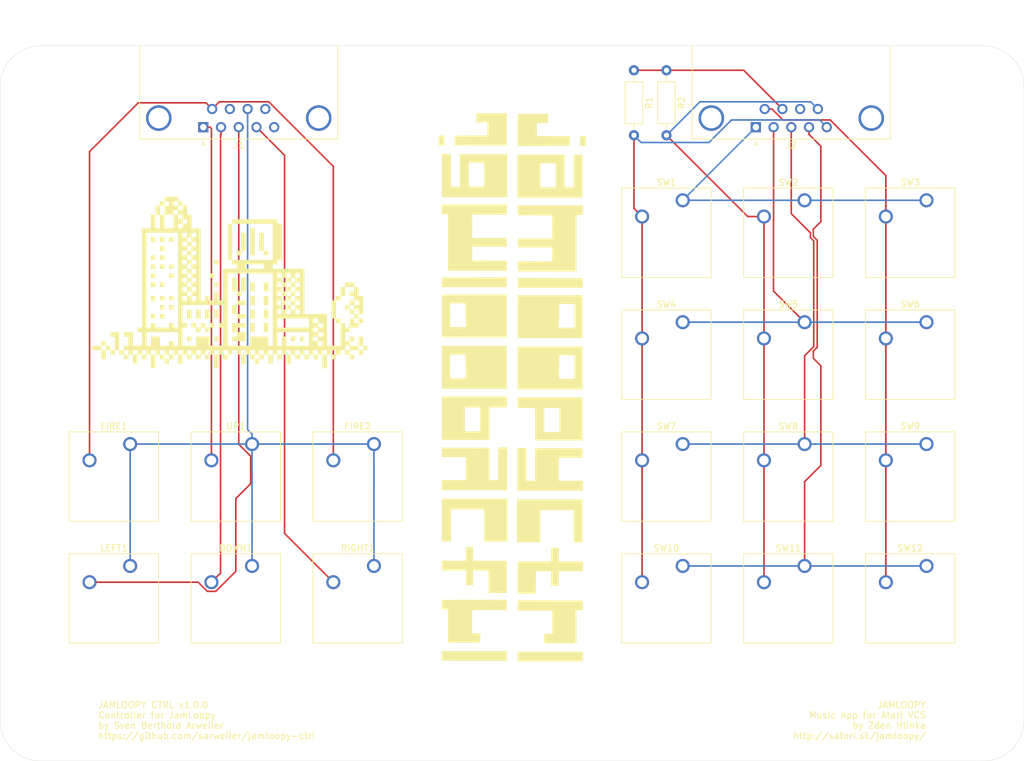
<source format=kicad_pcb>
(kicad_pcb (version 20171130) (host pcbnew "(5.1.2-1)-1")

  (general
    (thickness 1.6)
    (drawings 10)
    (tracks 107)
    (zones 0)
    (modules 28)
    (nets 15)
  )

  (page A4)
  (layers
    (0 F.Cu signal)
    (31 B.Cu signal)
    (32 B.Adhes user hide)
    (33 F.Adhes user hide)
    (34 B.Paste user)
    (35 F.Paste user)
    (36 B.SilkS user)
    (37 F.SilkS user)
    (38 B.Mask user)
    (39 F.Mask user)
    (40 Dwgs.User user)
    (41 Cmts.User user hide)
    (42 Eco1.User user hide)
    (43 Eco2.User user hide)
    (44 Edge.Cuts user)
    (45 Margin user)
    (46 B.CrtYd user)
    (47 F.CrtYd user)
    (48 B.Fab user hide)
    (49 F.Fab user hide)
  )

  (setup
    (last_trace_width 0.25)
    (trace_clearance 0.2)
    (zone_clearance 0.508)
    (zone_45_only no)
    (trace_min 0.2)
    (via_size 0.8)
    (via_drill 0.4)
    (via_min_size 0.4)
    (via_min_drill 0.3)
    (uvia_size 0.3)
    (uvia_drill 0.1)
    (uvias_allowed no)
    (uvia_min_size 0.2)
    (uvia_min_drill 0.1)
    (edge_width 0.05)
    (segment_width 0.2)
    (pcb_text_width 0.3)
    (pcb_text_size 1.5 1.5)
    (mod_edge_width 0.12)
    (mod_text_size 1 1)
    (mod_text_width 0.15)
    (pad_size 1.524 1.524)
    (pad_drill 0.762)
    (pad_to_mask_clearance 0.051)
    (solder_mask_min_width 0.25)
    (aux_axis_origin 0 0)
    (visible_elements FEFFFF7F)
    (pcbplotparams
      (layerselection 0x010fc_ffffffff)
      (usegerberextensions false)
      (usegerberattributes false)
      (usegerberadvancedattributes false)
      (creategerberjobfile false)
      (excludeedgelayer true)
      (linewidth 0.100000)
      (plotframeref false)
      (viasonmask false)
      (mode 1)
      (useauxorigin false)
      (hpglpennumber 1)
      (hpglpenspeed 20)
      (hpglpendiameter 15.000000)
      (psnegative false)
      (psa4output false)
      (plotreference true)
      (plotvalue true)
      (plotinvisibletext false)
      (padsonsilk false)
      (subtractmaskfromsilk false)
      (outputformat 1)
      (mirror false)
      (drillshape 0)
      (scaleselection 1)
      (outputdirectory "gerbers/"))
  )

  (net 0 "")
  (net 1 up)
  (net 2 down)
  (net 3 left)
  (net 4 right)
  (net 5 fire)
  (net 6 GND)
  (net 7 white)
  (net 8 violet)
  (net 9 blue)
  (net 10 green)
  (net 11 yellow)
  (net 12 orange)
  (net 13 red)
  (net 14 brown)

  (net_class Default "This is the default net class."
    (clearance 0.2)
    (trace_width 0.25)
    (via_dia 0.8)
    (via_drill 0.4)
    (uvia_dia 0.3)
    (uvia_drill 0.1)
    (add_net GND)
    (add_net blue)
    (add_net brown)
    (add_net down)
    (add_net fire)
    (add_net green)
    (add_net left)
    (add_net orange)
    (add_net red)
    (add_net right)
    (add_net up)
    (add_net violet)
    (add_net white)
    (add_net yellow)
  )

  (module jamloopy:city (layer F.Cu) (tedit 0) (tstamp 5F20BCD8)
    (at 111.76 80.01)
    (fp_text reference G*** (at 0 0) (layer F.SilkS) hide
      (effects (font (size 1.524 1.524) (thickness 0.3)))
    )
    (fp_text value LOGO (at 0.75 0) (layer F.SilkS) hide
      (effects (font (size 1.524 1.524) (thickness 0.3)))
    )
    (fp_poly (pts (xy 4.938889 -3.527778) (xy 4.938889 -6.35) (xy 5.644445 -6.35) (xy 5.644445 -3.527778)
      (xy 4.938889 -3.527778)) (layer F.SilkS) (width 0.01))
    (fp_poly (pts (xy 6.35 -3.527778) (xy 6.35 -2.822222) (xy 5.644445 -2.822222) (xy 5.644445 -3.527778)
      (xy 6.35 -3.527778)) (layer F.SilkS) (width 0.01))
    (fp_poly (pts (xy 4.233334 -2.822222) (xy 3.527778 -2.822222) (xy 3.527778 -7.055556) (xy 4.233334 -7.055556)
      (xy 4.233334 -2.822222)) (layer F.SilkS) (width 0.01))
    (fp_poly (pts (xy 2.116667 -6.35) (xy 2.822223 -6.35) (xy 2.822223 -3.527778) (xy 2.116667 -3.527778)
      (xy 2.116667 -6.35)) (layer F.SilkS) (width 0.01))
    (fp_poly (pts (xy 2.116667 -2.822222) (xy 1.411111 -2.822222) (xy 1.411111 -3.527778) (xy 2.116667 -3.527778)
      (xy 2.116667 -2.822222)) (layer F.SilkS) (width 0.01))
    (fp_poly (pts (xy -5.644444 -4.233333) (xy -6.35 -4.233333) (xy -6.35 -4.938889) (xy -5.644444 -4.938889)
      (xy -5.644444 -4.233333)) (layer F.SilkS) (width 0.01))
    (fp_poly (pts (xy -5.644444 -2.822222) (xy -6.35 -2.822222) (xy -6.35 -3.527778) (xy -5.644444 -3.527778)
      (xy -5.644444 -2.822222)) (layer F.SilkS) (width 0.01))
    (fp_poly (pts (xy -5.644444 -1.411111) (xy -6.35 -1.411111) (xy -6.35 -2.116667) (xy -5.644444 -2.116667)
      (xy -5.644444 -1.411111)) (layer F.SilkS) (width 0.01))
    (fp_poly (pts (xy -5.644444 0) (xy -6.35 0) (xy -6.35 -0.705556) (xy -5.644444 -0.705556)
      (xy -5.644444 0)) (layer F.SilkS) (width 0.01))
    (fp_poly (pts (xy -5.644444 1.411111) (xy -6.35 1.411111) (xy -6.35 0.705555) (xy -5.644444 0.705555)
      (xy -5.644444 1.411111)) (layer F.SilkS) (width 0.01))
    (fp_poly (pts (xy -5.644444 2.822222) (xy -6.35 2.822222) (xy -6.35 2.116667) (xy -5.644444 2.116667)
      (xy -5.644444 2.822222)) (layer F.SilkS) (width 0.01))
    (fp_poly (pts (xy 9.877778 4.233333) (xy 9.172223 4.233333) (xy 9.172223 3.527778) (xy 9.877778 3.527778)
      (xy 9.877778 4.233333)) (layer F.SilkS) (width 0.01))
    (fp_poly (pts (xy 9.877778 2.822222) (xy 9.172223 2.822222) (xy 9.172223 2.116667) (xy 9.877778 2.116667)
      (xy 9.877778 2.822222)) (layer F.SilkS) (width 0.01))
    (fp_poly (pts (xy 9.877778 5.644444) (xy 9.172223 5.644444) (xy 9.172223 4.938889) (xy 9.877778 4.938889)
      (xy 9.877778 5.644444)) (layer F.SilkS) (width 0.01))
    (fp_poly (pts (xy 8.466667 4.938889) (xy 8.466667 4.233333) (xy 9.172223 4.233333) (xy 9.172223 4.938889)
      (xy 8.466667 4.938889)) (layer F.SilkS) (width 0.01))
    (fp_poly (pts (xy 9.877778 2.822222) (xy 10.583334 2.822222) (xy 10.583334 3.527778) (xy 9.877778 3.527778)
      (xy 9.877778 2.822222)) (layer F.SilkS) (width 0.01))
    (fp_poly (pts (xy 8.466667 3.527778) (xy 8.466667 2.822222) (xy 9.172223 2.822222) (xy 9.172223 3.527778)
      (xy 8.466667 3.527778)) (layer F.SilkS) (width 0.01))
    (fp_poly (pts (xy 9.877778 1.411111) (xy 10.583334 1.411111) (xy 10.583334 2.116667) (xy 9.877778 2.116667)
      (xy 9.877778 1.411111)) (layer F.SilkS) (width 0.01))
    (fp_poly (pts (xy 8.466667 2.116667) (xy 8.466667 1.411111) (xy 9.172223 1.411111) (xy 9.172223 2.116667)
      (xy 8.466667 2.116667)) (layer F.SilkS) (width 0.01))
    (fp_poly (pts (xy 9.172223 0.705555) (xy 9.877778 0.705555) (xy 9.877778 1.411111) (xy 9.172223 1.411111)
      (xy 9.172223 0.705555)) (layer F.SilkS) (width 0.01))
    (fp_poly (pts (xy 9.877778 4.233333) (xy 10.583334 4.233333) (xy 10.583334 4.938889) (xy 9.877778 4.938889)
      (xy 9.877778 4.233333)) (layer F.SilkS) (width 0.01))
    (fp_poly (pts (xy 18.344445 5.644444) (xy 18.344445 4.938889) (xy 19.05 4.938889) (xy 19.05 5.644444)
      (xy 18.344445 5.644444)) (layer F.SilkS) (width 0.01))
    (fp_poly (pts (xy 19.05 4.233333) (xy 19.755556 4.233333) (xy 19.755556 4.938889) (xy 19.05 4.938889)
      (xy 19.05 4.233333)) (layer F.SilkS) (width 0.01))
    (fp_poly (pts (xy 19.755556 5.644444) (xy 19.755556 6.35) (xy 19.05 6.35) (xy 19.05 5.644444)
      (xy 19.755556 5.644444)) (layer F.SilkS) (width 0.01))
    (fp_poly (pts (xy -8.466666 -4.938889) (xy -9.172222 -4.938889) (xy -9.172222 -5.644445) (xy -8.466666 -5.644445)
      (xy -8.466666 -4.938889)) (layer F.SilkS) (width 0.01))
    (fp_poly (pts (xy -9.877777 -4.938889) (xy -10.583333 -4.938889) (xy -10.583333 -5.644445) (xy -9.877777 -5.644445)
      (xy -9.877777 -4.938889)) (layer F.SilkS) (width 0.01))
    (fp_poly (pts (xy -11.288889 -4.938889) (xy -11.994444 -4.938889) (xy -11.994444 -5.644445) (xy -11.288889 -5.644445)
      (xy -11.288889 -4.938889)) (layer F.SilkS) (width 0.01))
    (fp_poly (pts (xy -9.877777 -3.527778) (xy -10.583333 -3.527778) (xy -10.583333 -4.233333) (xy -9.877777 -4.233333)
      (xy -9.877777 -3.527778)) (layer F.SilkS) (width 0.01))
    (fp_poly (pts (xy -9.877777 -2.116667) (xy -10.583333 -2.116667) (xy -10.583333 -2.822222) (xy -9.877777 -2.822222)
      (xy -9.877777 -2.116667)) (layer F.SilkS) (width 0.01))
    (fp_poly (pts (xy -11.288889 -2.116667) (xy -11.994444 -2.116667) (xy -11.994444 -2.822222) (xy -11.288889 -2.822222)
      (xy -11.288889 -2.116667)) (layer F.SilkS) (width 0.01))
    (fp_poly (pts (xy -8.466666 -0.705556) (xy -9.172222 -0.705556) (xy -9.172222 -1.411111) (xy -8.466666 -1.411111)
      (xy -8.466666 -0.705556)) (layer F.SilkS) (width 0.01))
    (fp_poly (pts (xy -9.877777 -0.705556) (xy -10.583333 -0.705556) (xy -10.583333 -1.411111) (xy -9.877777 -1.411111)
      (xy -9.877777 -0.705556)) (layer F.SilkS) (width 0.01))
    (fp_poly (pts (xy -11.288889 -0.705556) (xy -11.994444 -0.705556) (xy -11.994444 -1.411111) (xy -11.288889 -1.411111)
      (xy -11.288889 -0.705556)) (layer F.SilkS) (width 0.01))
    (fp_poly (pts (xy -8.466666 0.705555) (xy -9.172222 0.705555) (xy -9.172222 0) (xy -8.466666 0)
      (xy -8.466666 0.705555)) (layer F.SilkS) (width 0.01))
    (fp_poly (pts (xy -11.288889 0.705555) (xy -11.994444 0.705555) (xy -11.994444 0) (xy -11.288889 0)
      (xy -11.288889 0.705555)) (layer F.SilkS) (width 0.01))
    (fp_poly (pts (xy -9.877777 2.116667) (xy -10.583333 2.116667) (xy -10.583333 1.411111) (xy -9.877777 1.411111)
      (xy -9.877777 2.116667)) (layer F.SilkS) (width 0.01))
    (fp_poly (pts (xy -11.288889 2.116667) (xy -11.994444 2.116667) (xy -11.994444 1.411111) (xy -11.288889 1.411111)
      (xy -11.288889 2.116667)) (layer F.SilkS) (width 0.01))
    (fp_poly (pts (xy -8.466666 4.233333) (xy -9.172222 4.233333) (xy -9.172222 3.527778) (xy -8.466666 3.527778)
      (xy -8.466666 4.233333)) (layer F.SilkS) (width 0.01))
    (fp_poly (pts (xy -9.877777 4.233333) (xy -10.583333 4.233333) (xy -10.583333 3.527778) (xy -9.877777 3.527778)
      (xy -9.877777 4.233333)) (layer F.SilkS) (width 0.01))
    (fp_poly (pts (xy -11.288889 4.233333) (xy -11.994444 4.233333) (xy -11.994444 3.527778) (xy -11.288889 3.527778)
      (xy -11.288889 4.233333)) (layer F.SilkS) (width 0.01))
    (fp_poly (pts (xy -8.466666 5.644444) (xy -9.172222 5.644444) (xy -9.172222 4.938889) (xy -8.466666 4.938889)
      (xy -8.466666 5.644444)) (layer F.SilkS) (width 0.01))
    (fp_poly (pts (xy -9.877777 5.644444) (xy -10.583333 5.644444) (xy -10.583333 4.938889) (xy -9.877777 4.938889)
      (xy -9.877777 5.644444)) (layer F.SilkS) (width 0.01))
    (fp_poly (pts (xy -9.877777 7.055555) (xy -10.583333 7.055555) (xy -10.583333 6.35) (xy -9.877777 6.35)
      (xy -9.877777 7.055555)) (layer F.SilkS) (width 0.01))
    (fp_poly (pts (xy -11.288889 7.055555) (xy -11.994444 7.055555) (xy -11.994444 6.35) (xy -11.288889 6.35)
      (xy -11.288889 7.055555)) (layer F.SilkS) (width 0.01))
    (fp_poly (pts (xy 11.994445 10.583333) (xy 11.288889 10.583333) (xy 11.288889 9.877778) (xy 11.994445 9.877778)
      (xy 11.994445 10.583333)) (layer F.SilkS) (width 0.01))
    (fp_poly (pts (xy 10.583334 10.583333) (xy 9.877778 10.583333) (xy 9.877778 9.877778) (xy 10.583334 9.877778)
      (xy 10.583334 10.583333)) (layer F.SilkS) (width 0.01))
    (fp_poly (pts (xy 6.35 2.822222) (xy 5.644445 2.822222) (xy 5.644445 1.411111) (xy 6.35 1.411111)
      (xy 6.35 2.822222)) (layer F.SilkS) (width 0.01))
    (fp_poly (pts (xy 4.233334 2.822222) (xy 3.527778 2.822222) (xy 3.527778 1.411111) (xy 4.233334 1.411111)
      (xy 4.233334 2.822222)) (layer F.SilkS) (width 0.01))
    (fp_poly (pts (xy 2.116667 3.527778) (xy 1.411111 3.527778) (xy 1.411111 2.822222) (xy 2.116667 2.822222)
      (xy 2.116667 3.527778)) (layer F.SilkS) (width 0.01))
    (fp_poly (pts (xy 0.705556 2.822222) (xy 0.705556 0.705555) (xy 1.411111 0.705555) (xy 1.411111 2.822222)
      (xy 0.705556 2.822222)) (layer F.SilkS) (width 0.01))
    (fp_poly (pts (xy 2.116667 0.705555) (xy 2.822223 0.705555) (xy 2.822223 2.822222) (xy 2.116667 2.822222)
      (xy 2.116667 0.705555)) (layer F.SilkS) (width 0.01))
    (fp_poly (pts (xy 6.35 4.938889) (xy 5.644445 4.938889) (xy 5.644445 3.527778) (xy 6.35 3.527778)
      (xy 6.35 4.938889)) (layer F.SilkS) (width 0.01))
    (fp_poly (pts (xy 4.233334 4.938889) (xy 3.527778 4.938889) (xy 3.527778 3.527778) (xy 4.233334 3.527778)
      (xy 4.233334 4.938889)) (layer F.SilkS) (width 0.01))
    (fp_poly (pts (xy 6.35 7.055555) (xy 5.644445 7.055555) (xy 5.644445 5.644444) (xy 6.35 5.644444)
      (xy 6.35 7.055555)) (layer F.SilkS) (width 0.01))
    (fp_poly (pts (xy 4.233334 7.055555) (xy 3.527778 7.055555) (xy 3.527778 5.644444) (xy 4.233334 5.644444)
      (xy 4.233334 7.055555)) (layer F.SilkS) (width 0.01))
    (fp_poly (pts (xy 0.705556 6.35) (xy 0.705556 4.938889) (xy 1.411111 4.938889) (xy 1.411111 6.35)
      (xy 0.705556 6.35)) (layer F.SilkS) (width 0.01))
    (fp_poly (pts (xy 1.411111 4.233333) (xy 2.822223 4.233333) (xy 2.822223 4.938889) (xy 1.411111 4.938889)
      (xy 1.411111 4.233333)) (layer F.SilkS) (width 0.01))
    (fp_poly (pts (xy 2.822223 6.35) (xy 2.822223 7.055555) (xy 1.411111 7.055555) (xy 1.411111 6.35)
      (xy 2.822223 6.35)) (layer F.SilkS) (width 0.01))
    (fp_poly (pts (xy 6.35 9.172222) (xy 5.644445 9.172222) (xy 5.644445 7.761111) (xy 6.35 7.761111)
      (xy 6.35 9.172222)) (layer F.SilkS) (width 0.01))
    (fp_poly (pts (xy 4.233334 9.172222) (xy 3.527778 9.172222) (xy 3.527778 7.761111) (xy 4.233334 7.761111)
      (xy 4.233334 9.172222)) (layer F.SilkS) (width 0.01))
    (fp_poly (pts (xy 0.705556 9.172222) (xy 0.705556 7.761111) (xy 2.822223 7.761111) (xy 2.822223 8.466667)
      (xy 1.411111 8.466667) (xy 1.411111 9.172222) (xy 0.705556 9.172222)) (layer F.SilkS) (width 0.01))
    (fp_poly (pts (xy 2.822223 9.172222) (xy 2.822223 10.583333) (xy 0.705556 10.583333) (xy 0.705556 9.877778)
      (xy 1.411111 9.877778) (xy 1.411111 9.172222) (xy 2.822223 9.172222)) (layer F.SilkS) (width 0.01))
    (fp_poly (pts (xy -1.411111 7.055555) (xy -2.116666 7.055555) (xy -2.116666 5.644444) (xy -1.411111 5.644444)
      (xy -1.411111 7.055555)) (layer F.SilkS) (width 0.01))
    (fp_poly (pts (xy -2.822222 7.055555) (xy -3.527777 7.055555) (xy -3.527777 5.644444) (xy -2.822222 5.644444)
      (xy -2.822222 7.055555)) (layer F.SilkS) (width 0.01))
    (fp_poly (pts (xy -4.233333 7.055555) (xy -4.938889 7.055555) (xy -4.938889 5.644444) (xy -4.233333 5.644444)
      (xy -4.233333 7.055555)) (layer F.SilkS) (width 0.01))
    (fp_poly (pts (xy -5.644444 7.055555) (xy -6.35 7.055555) (xy -6.35 5.644444) (xy -5.644444 5.644444)
      (xy -5.644444 7.055555)) (layer F.SilkS) (width 0.01))
    (fp_poly (pts (xy -2.822222 9.172222) (xy -3.527777 9.172222) (xy -3.527777 8.466667) (xy -2.822222 8.466667)
      (xy -2.822222 9.172222)) (layer F.SilkS) (width 0.01))
    (fp_poly (pts (xy -4.233333 8.466667) (xy -4.233333 7.761111) (xy -3.527777 7.761111) (xy -3.527777 8.466667)
      (xy -4.233333 8.466667)) (layer F.SilkS) (width 0.01))
    (fp_poly (pts (xy -4.233333 9.172222) (xy -4.938889 9.172222) (xy -4.938889 8.466667) (xy -4.233333 8.466667)
      (xy -4.233333 9.172222)) (layer F.SilkS) (width 0.01))
    (fp_poly (pts (xy -5.644444 8.466667) (xy -5.644444 7.761111) (xy -4.938889 7.761111) (xy -4.938889 8.466667)
      (xy -5.644444 8.466667)) (layer F.SilkS) (width 0.01))
    (fp_poly (pts (xy -2.822222 7.761111) (xy -2.116666 7.761111) (xy -2.116666 8.466667) (xy -2.822222 8.466667)
      (xy -2.822222 7.761111)) (layer F.SilkS) (width 0.01))
    (fp_poly (pts (xy -1.411111 10.583333) (xy -2.116666 10.583333) (xy -2.116666 9.877778) (xy -1.411111 9.877778)
      (xy -1.411111 10.583333)) (layer F.SilkS) (width 0.01))
    (fp_poly (pts (xy -5.644444 10.583333) (xy -6.35 10.583333) (xy -6.35 9.877778) (xy -5.644444 9.877778)
      (xy -5.644444 10.583333)) (layer F.SilkS) (width 0.01))
    (fp_poly (pts (xy -1.411111 -1.411111) (xy -2.116666 -1.411111) (xy -2.116666 -2.116667) (xy -1.411111 -2.116667)
      (xy -1.411111 -1.411111)) (layer F.SilkS) (width 0.01))
    (fp_poly (pts (xy -2.116666 0.705555) (xy -2.822222 0.705555) (xy -2.822222 0) (xy -2.116666 0)
      (xy -2.116666 0.705555)) (layer F.SilkS) (width 0.01))
    (fp_poly (pts (xy -1.411111 2.116667) (xy -2.116666 2.116667) (xy -2.116666 1.411111) (xy -1.411111 1.411111)
      (xy -1.411111 2.116667)) (layer F.SilkS) (width 0.01))
    (fp_poly (pts (xy -6.35 -10.583333) (xy -6.35 -9.172222) (xy -5.644444 -9.172222) (xy -5.644444 -7.055556)
      (xy -4.233333 -7.055556) (xy -4.233333 4.233333) (xy -3.527777 4.233333) (xy -3.527777 3.527778)
      (xy -2.822222 3.527778) (xy -2.822222 4.233333) (xy -2.116666 4.233333) (xy -2.116666 2.822222)
      (xy -1.411111 2.822222) (xy -1.411111 4.233333) (xy -0.705555 4.233333) (xy -0.705555 0)
      (xy 0 0) (xy 0 11.288889) (xy 3.527778 11.288889) (xy 3.527778 9.877778)
      (xy 6.35 9.877778) (xy 6.35 11.288889) (xy 7.055556 11.288889) (xy 7.055556 9.172222)
      (xy 7.761111 9.172222) (xy 7.761111 11.288889) (xy 8.466667 11.288889) (xy 8.466667 9.877778)
      (xy 9.172223 9.877778) (xy 9.172223 11.288889) (xy 12.7 11.288889) (xy 14.111111 11.288889)
      (xy 14.816667 11.288889) (xy 14.816667 10.583333) (xy 14.111111 10.583333) (xy 14.111111 11.288889)
      (xy 12.7 11.288889) (xy 12.7 9.877778) (xy 13.405556 9.877778) (xy 13.405556 10.583333)
      (xy 14.111111 10.583333) (xy 14.111111 9.877778) (xy 13.405556 9.877778) (xy 12.7 9.877778)
      (xy 12.7 9.172222) (xy 7.761111 9.172222) (xy 7.055556 9.172222) (xy 7.055556 7.055555)
      (xy 7.761111 7.055555) (xy 7.761111 8.466667) (xy 12.7 8.466667) (xy 13.405556 8.466667)
      (xy 13.405556 9.172222) (xy 14.111111 9.172222) (xy 14.111111 9.877778) (xy 14.816667 9.877778)
      (xy 14.816667 9.172222) (xy 14.111111 9.172222) (xy 14.111111 8.466667) (xy 13.405556 8.466667)
      (xy 12.7 8.466667) (xy 12.7 7.055555) (xy 13.405556 7.055555) (xy 13.405556 7.761111)
      (xy 14.111111 7.761111) (xy 14.111111 8.466667) (xy 14.816667 8.466667) (xy 14.816667 7.761111)
      (xy 14.111111 7.761111) (xy 14.111111 7.055555) (xy 13.405556 7.055555) (xy 12.7 7.055555)
      (xy 7.761111 7.055555) (xy 7.055556 7.055555) (xy 7.055556 5.644444) (xy 7.761111 5.644444)
      (xy 7.761111 6.35) (xy 8.466667 6.35) (xy 8.466667 5.644444) (xy 7.761111 5.644444)
      (xy 7.055556 5.644444) (xy 7.055556 1.411111) (xy 7.761111 1.411111) (xy 7.761111 2.116667)
      (xy 8.466667 2.116667) (xy 8.466667 2.822222) (xy 7.761111 2.822222) (xy 7.761111 3.527778)
      (xy 8.466667 3.527778) (xy 8.466667 4.233333) (xy 7.761111 4.233333) (xy 7.761111 4.938889)
      (xy 8.466667 4.938889) (xy 8.466667 5.644444) (xy 9.172223 5.644444) (xy 9.172223 6.35)
      (xy 9.877778 6.35) (xy 9.877778 5.644444) (xy 10.583334 5.644444) (xy 10.583334 6.35)
      (xy 11.288889 6.35) (xy 11.288889 5.644444) (xy 10.583334 5.644444) (xy 10.583334 4.938889)
      (xy 11.288889 4.938889) (xy 11.288889 4.233333) (xy 10.583334 4.233333) (xy 10.583334 3.527778)
      (xy 11.288889 3.527778) (xy 11.288889 2.822222) (xy 10.583334 2.822222) (xy 10.583334 2.116667)
      (xy 11.288889 2.116667) (xy 11.288889 1.411111) (xy 10.583334 1.411111) (xy 10.583334 0.705555)
      (xy 9.877778 0.705555) (xy 9.877778 0) (xy 10.583334 0) (xy 10.583334 0.705555)
      (xy 11.288889 0.705555) (xy 11.288889 0) (xy 10.583334 0) (xy 9.877778 0)
      (xy 9.172223 0) (xy 9.172223 0.705555) (xy 8.466667 0.705555) (xy 8.466667 1.411111)
      (xy 7.761111 1.411111) (xy 7.055556 1.411111) (xy 7.055556 0) (xy 7.761111 0)
      (xy 7.761111 0.705555) (xy 8.466667 0.705555) (xy 8.466667 0) (xy 7.761111 0)
      (xy 7.055556 0) (xy 0 0) (xy -0.705555 0) (xy -0.705555 -0.705556)
      (xy 1.411111 -0.705556) (xy 1.411111 -1.411111) (xy 2.822223 -1.411111) (xy 2.822223 -0.705556)
      (xy 5.644445 -0.705556) (xy 5.644445 -1.411111) (xy 2.822223 -1.411111) (xy 1.411111 -1.411111)
      (xy 0.705556 -1.411111) (xy 0.705556 -2.116667) (xy 0 -2.116667) (xy 0 -7.761111)
      (xy 0.705556 -7.761111) (xy 0.705556 -2.116667) (xy 7.055556 -2.116667) (xy 7.055556 -7.761111)
      (xy 0.705556 -7.761111) (xy 0.705556 -8.466667) (xy 7.761111 -8.466667) (xy 7.761111 -7.761111)
      (xy 8.466667 -7.761111) (xy 8.466667 -2.116667) (xy 7.761111 -2.116667) (xy 7.761111 -1.411111)
      (xy 7.055556 -1.411111) (xy 7.055556 -0.705556) (xy 11.994445 -0.705556) (xy 11.994445 6.35)
      (xy 15.522223 6.35) (xy 15.522223 11.288889) (xy 17.638889 11.288889) (xy 18.344445 11.288889)
      (xy 18.344445 11.994444) (xy 19.05 11.994444) (xy 19.05 11.288889) (xy 18.344445 11.288889)
      (xy 17.638889 11.288889) (xy 17.638889 7.761111) (xy 18.344445 7.761111) (xy 18.344445 8.466667)
      (xy 19.05 8.466667) (xy 19.05 9.172222) (xy 18.344445 9.172222) (xy 18.344445 10.583333)
      (xy 19.05 10.583333) (xy 19.05 11.288889) (xy 20.461111 11.288889) (xy 20.461111 11.994444)
      (xy 19.05 11.994444) (xy 19.05 12.7) (xy 18.344445 12.7) (xy 18.344445 11.994444)
      (xy 17.638889 11.994444) (xy 17.638889 12.7) (xy 16.933334 12.7) (xy 16.933334 13.405555)
      (xy 16.227778 13.405555) (xy 16.227778 12.7) (xy 15.522223 12.7) (xy 15.522223 14.816667)
      (xy 14.816667 14.816667) (xy 14.816667 12.7) (xy 14.111111 12.7) (xy 14.111111 13.405555)
      (xy 13.405556 13.405555) (xy 13.405556 12.7) (xy 12.7 12.7) (xy 12.7 13.405555)
      (xy 11.994445 13.405555) (xy 11.994445 12.7) (xy 11.288889 12.7) (xy 11.288889 13.405555)
      (xy 10.583334 13.405555) (xy 10.583334 12.7) (xy 9.877778 12.7) (xy 9.877778 14.111111)
      (xy 9.172223 14.111111) (xy 9.172223 12.7) (xy 8.466667 12.7) (xy 8.466667 13.405555)
      (xy 7.761111 13.405555) (xy 7.761111 12.7) (xy 7.055556 12.7) (xy 7.055556 14.111111)
      (xy 6.35 14.111111) (xy 6.35 12.7) (xy 5.644445 12.7) (xy 5.644445 13.405555)
      (xy 4.938889 13.405555) (xy 4.938889 14.111111) (xy 4.233334 14.111111) (xy 4.233334 13.405555)
      (xy 3.527778 13.405555) (xy 3.527778 12.7) (xy 2.822223 12.7) (xy 2.822223 14.111111)
      (xy 2.116667 14.111111) (xy 2.116667 12.7) (xy 1.411111 12.7) (xy 1.411111 11.994444)
      (xy 2.116667 11.994444) (xy 2.116667 12.7) (xy 2.822223 12.7) (xy 2.822223 11.994444)
      (xy 3.527778 11.994444) (xy 3.527778 12.7) (xy 4.233334 12.7) (xy 4.233334 13.405555)
      (xy 4.938889 13.405555) (xy 4.938889 12.7) (xy 4.233334 12.7) (xy 4.233334 11.994444)
      (xy 4.938889 11.994444) (xy 4.938889 12.7) (xy 5.644445 12.7) (xy 5.644445 11.994444)
      (xy 6.35 11.994444) (xy 6.35 12.7) (xy 7.055556 12.7) (xy 7.055556 11.994444)
      (xy 7.761111 11.994444) (xy 7.761111 12.7) (xy 8.466667 12.7) (xy 8.466667 11.994444)
      (xy 9.172223 11.994444) (xy 9.172223 12.7) (xy 9.877778 12.7) (xy 9.877778 11.994444)
      (xy 10.583334 11.994444) (xy 10.583334 12.7) (xy 11.288889 12.7) (xy 11.288889 11.994444)
      (xy 11.994445 11.994444) (xy 11.994445 12.7) (xy 12.7 12.7) (xy 12.7 11.994444)
      (xy 13.405556 11.994444) (xy 13.405556 12.7) (xy 14.111111 12.7) (xy 14.111111 11.994444)
      (xy 14.816667 11.994444) (xy 14.816667 12.7) (xy 15.522223 12.7) (xy 15.522223 11.994444)
      (xy 16.227778 11.994444) (xy 16.227778 12.7) (xy 16.933334 12.7) (xy 16.933334 11.994444)
      (xy 16.227778 11.994444) (xy 15.522223 11.994444) (xy 14.816667 11.994444) (xy 14.111111 11.994444)
      (xy 13.405556 11.994444) (xy 12.7 11.994444) (xy 11.994445 11.994444) (xy 11.288889 11.994444)
      (xy 10.583334 11.994444) (xy 9.877778 11.994444) (xy 9.172223 11.994444) (xy 8.466667 11.994444)
      (xy 7.761111 11.994444) (xy 7.055556 11.994444) (xy 6.35 11.994444) (xy 5.644445 11.994444)
      (xy 4.938889 11.994444) (xy 4.233334 11.994444) (xy 3.527778 11.994444) (xy 2.822223 11.994444)
      (xy 2.116667 11.994444) (xy 1.411111 11.994444) (xy 0.705556 11.994444) (xy 0.705556 12.7)
      (xy 0 12.7) (xy 0 13.405555) (xy -0.705555 13.405555) (xy -0.705555 12.7)
      (xy -1.411111 12.7) (xy -1.411111 14.816667) (xy -2.116666 14.816667) (xy -2.116666 12.7)
      (xy -2.822222 12.7) (xy -2.822222 13.405555) (xy -3.527777 13.405555) (xy -3.527777 12.7)
      (xy -4.233333 12.7) (xy -4.233333 13.405555) (xy -4.938889 13.405555) (xy -4.938889 12.7)
      (xy -5.644444 12.7) (xy -5.644444 13.405555) (xy -6.35 13.405555) (xy -6.35 12.7)
      (xy -7.055555 12.7) (xy -7.055555 14.111111) (xy -7.761111 14.111111) (xy -7.761111 12.7)
      (xy -8.466666 12.7) (xy -8.466666 13.405555) (xy -9.172222 13.405555) (xy -9.172222 14.111111)
      (xy -9.877777 14.111111) (xy -9.877777 13.405555) (xy -10.583333 13.405555) (xy -10.583333 12.7)
      (xy -11.288889 12.7) (xy -11.288889 14.816667) (xy -11.994444 14.816667) (xy -11.994444 12.7)
      (xy -12.7 12.7) (xy -12.7 13.405555) (xy -13.405555 13.405555) (xy -13.405555 12.7)
      (xy -14.111111 12.7) (xy -14.111111 14.111111) (xy -14.816666 14.111111) (xy -14.816666 12.7)
      (xy -15.522222 12.7) (xy -15.522222 13.405555) (xy -16.227777 13.405555) (xy -16.227777 12.7)
      (xy -16.933333 12.7) (xy -16.933333 11.994444) (xy -16.227777 11.994444) (xy -16.227777 12.7)
      (xy -15.522222 12.7) (xy -15.522222 11.994444) (xy -14.816666 11.994444) (xy -14.816666 12.7)
      (xy -14.111111 12.7) (xy -14.111111 11.994444) (xy -13.405555 11.994444) (xy -13.405555 12.7)
      (xy -12.7 12.7) (xy -12.7 11.994444) (xy -11.994444 11.994444) (xy -11.994444 12.7)
      (xy -11.288889 12.7) (xy -11.288889 11.994444) (xy -10.583333 11.994444) (xy -10.583333 12.7)
      (xy -9.877777 12.7) (xy -9.877777 13.405555) (xy -9.172222 13.405555) (xy -9.172222 12.7)
      (xy -9.877777 12.7) (xy -9.877777 11.994444) (xy -9.172222 11.994444) (xy -9.172222 12.7)
      (xy -8.466666 12.7) (xy -8.466666 11.994444) (xy -7.761111 11.994444) (xy -7.761111 12.7)
      (xy -7.055555 12.7) (xy -7.055555 11.994444) (xy -6.35 11.994444) (xy -6.35 12.7)
      (xy -5.644444 12.7) (xy -5.644444 11.994444) (xy -4.938889 11.994444) (xy -4.938889 12.7)
      (xy -4.233333 12.7) (xy -4.233333 11.994444) (xy -3.527777 11.994444) (xy -3.527777 12.7)
      (xy -2.822222 12.7) (xy -2.822222 11.994444) (xy -2.116666 11.994444) (xy -2.116666 12.7)
      (xy -1.411111 12.7) (xy -1.411111 11.994444) (xy -0.705555 11.994444) (xy -0.705555 12.7)
      (xy 0 12.7) (xy 0 11.994444) (xy -0.705555 11.994444) (xy -1.411111 11.994444)
      (xy -2.116666 11.994444) (xy -2.822222 11.994444) (xy -3.527777 11.994444) (xy -4.233333 11.994444)
      (xy -4.938889 11.994444) (xy -5.644444 11.994444) (xy -6.35 11.994444) (xy -7.055555 11.994444)
      (xy -7.761111 11.994444) (xy -8.466666 11.994444) (xy -9.172222 11.994444) (xy -9.877777 11.994444)
      (xy -10.583333 11.994444) (xy -11.288889 11.994444) (xy -11.994444 11.994444) (xy -12.7 11.994444)
      (xy -13.405555 11.994444) (xy -14.111111 11.994444) (xy -14.816666 11.994444) (xy -15.522222 11.994444)
      (xy -16.227777 11.994444) (xy -16.227777 11.288889) (xy -15.522222 11.288889) (xy -15.522222 9.877778)
      (xy -16.227777 9.877778) (xy -16.227777 9.172222) (xy -14.816666 9.172222) (xy -14.816666 11.288889)
      (xy -13.405555 11.288889) (xy -13.405555 9.172222) (xy -12.7 9.172222) (xy -12.7 11.288889)
      (xy -11.994444 11.288889) (xy -11.994444 9.877778) (xy -10.583333 9.877778) (xy -10.583333 11.288889)
      (xy -9.172222 11.288889) (xy -9.172222 10.583333) (xy -8.466666 10.583333) (xy -8.466666 11.288889)
      (xy -7.761111 11.288889) (xy -7.761111 9.172222) (xy -12.7 9.172222) (xy -13.405555 9.172222)
      (xy -14.111111 9.172222) (xy -14.111111 8.466667) (xy -13.405555 8.466667) (xy -13.405555 -6.35)
      (xy -12.7 -6.35) (xy -12.7 8.466667) (xy -11.994444 8.466667) (xy -11.994444 7.761111)
      (xy -11.288889 7.761111) (xy -11.288889 8.466667) (xy -9.172222 8.466667) (xy -9.172222 7.761111)
      (xy -8.466666 7.761111) (xy -8.466666 8.466667) (xy -7.761111 8.466667) (xy -7.761111 4.938889)
      (xy -7.055555 4.938889) (xy -7.055555 7.761111) (xy -6.35 7.761111) (xy -6.35 8.466667)
      (xy -7.055555 8.466667) (xy -7.055555 11.288889) (xy -4.938889 11.288889) (xy -4.938889 9.877778)
      (xy -2.822222 9.877778) (xy -2.822222 11.288889) (xy -0.705555 11.288889) (xy -0.705555 8.466667)
      (xy -1.411111 8.466667) (xy -1.411111 7.761111) (xy -0.705555 7.761111) (xy -0.705555 4.938889)
      (xy -7.055555 4.938889) (xy -7.761111 4.938889) (xy -7.761111 3.527778) (xy -7.055555 3.527778)
      (xy -7.055555 4.233333) (xy -6.35 4.233333) (xy -6.35 3.527778) (xy -7.055555 3.527778)
      (xy -7.761111 3.527778) (xy -7.761111 -4.938889) (xy -7.055555 -4.938889) (xy -7.055555 -4.233333)
      (xy -6.35 -4.233333) (xy -6.35 -3.527778) (xy -7.055555 -3.527778) (xy -7.055555 -2.822222)
      (xy -6.35 -2.822222) (xy -6.35 -2.116667) (xy -7.055555 -2.116667) (xy -7.055555 -1.411111)
      (xy -6.35 -1.411111) (xy -6.35 -0.705556) (xy -7.055555 -0.705556) (xy -7.055555 0)
      (xy -6.35 0) (xy -6.35 0.705555) (xy -7.055555 0.705555) (xy -7.055555 1.411111)
      (xy -6.35 1.411111) (xy -6.35 2.116667) (xy -7.055555 2.116667) (xy -7.055555 2.822222)
      (xy -6.35 2.822222) (xy -6.35 3.527778) (xy -5.644444 3.527778) (xy -5.644444 4.233333)
      (xy -4.938889 4.233333) (xy -4.938889 3.527778) (xy -5.644444 3.527778) (xy -5.644444 2.822222)
      (xy -4.938889 2.822222) (xy -4.938889 2.116667) (xy -5.644444 2.116667) (xy -5.644444 1.411111)
      (xy -4.938889 1.411111) (xy -4.938889 0.705555) (xy -5.644444 0.705555) (xy -5.644444 0)
      (xy -4.938889 0) (xy -4.938889 -0.705556) (xy -5.644444 -0.705556) (xy -5.644444 -1.411111)
      (xy -4.938889 -1.411111) (xy -4.938889 -2.116667) (xy -5.644444 -2.116667) (xy -5.644444 -2.822222)
      (xy -4.938889 -2.822222) (xy -4.938889 -3.527778) (xy -5.644444 -3.527778) (xy -5.644444 -4.233333)
      (xy -4.938889 -4.233333) (xy -4.938889 -4.938889) (xy -5.644444 -4.938889) (xy -5.644444 -5.644445)
      (xy -6.35 -5.644445) (xy -6.35 -4.938889) (xy -7.055555 -4.938889) (xy -7.761111 -4.938889)
      (xy -7.761111 -6.35) (xy -7.055555 -6.35) (xy -7.055555 -5.644445) (xy -6.35 -5.644445)
      (xy -6.35 -6.35) (xy -5.644444 -6.35) (xy -5.644444 -5.644445) (xy -4.938889 -5.644445)
      (xy -4.938889 -6.35) (xy -5.644444 -6.35) (xy -6.35 -6.35) (xy -7.055555 -6.35)
      (xy -7.761111 -6.35) (xy -12.7 -6.35) (xy -13.405555 -6.35) (xy -13.405555 -7.055556)
      (xy -11.994444 -7.055556) (xy -11.994444 -9.172222) (xy -11.288889 -9.172222) (xy -11.288889 -7.055556)
      (xy -10.583333 -7.055556) (xy -10.583333 -9.172222) (xy -9.877777 -9.172222) (xy -9.877777 -7.055556)
      (xy -8.466666 -7.055556) (xy -8.466666 -7.761111) (xy -7.761111 -7.761111) (xy -7.761111 -7.055556)
      (xy -7.055555 -7.055556) (xy -7.055555 -7.761111) (xy -7.761111 -7.761111) (xy -8.466666 -7.761111)
      (xy -8.466666 -9.172222) (xy -7.761111 -9.172222) (xy -7.761111 -8.466667) (xy -7.055555 -8.466667)
      (xy -7.055555 -7.761111) (xy -6.35 -7.761111) (xy -6.35 -8.466667) (xy -7.055555 -8.466667)
      (xy -7.055555 -9.172222) (xy -7.761111 -9.172222) (xy -7.761111 -9.877778) (xy -7.055555 -9.877778)
      (xy -7.055555 -10.583333) (xy -6.35 -10.583333)) (layer F.SilkS) (width 0.01))
    (fp_poly (pts (xy 20.461111 7.055555) (xy 19.755556 7.055555) (xy 19.755556 6.35) (xy 20.461111 6.35)
      (xy 20.461111 7.055555)) (layer F.SilkS) (width 0.01))
    (fp_poly (pts (xy 19.755556 7.761111) (xy 20.461111 7.761111) (xy 20.461111 8.466667) (xy 19.05 8.466667)
      (xy 19.05 7.055555) (xy 19.755556 7.055555) (xy 19.755556 7.761111)) (layer F.SilkS) (width 0.01))
    (fp_poly (pts (xy 18.344445 3.527778) (xy 17.638889 3.527778) (xy 17.638889 2.116667) (xy 18.344445 2.116667)
      (xy 18.344445 3.527778)) (layer F.SilkS) (width 0.01))
    (fp_poly (pts (xy 17.638889 4.233333) (xy 16.933334 4.233333) (xy 16.933334 3.527778) (xy 17.638889 3.527778)
      (xy 17.638889 4.233333)) (layer F.SilkS) (width 0.01))
    (fp_poly (pts (xy 16.933334 7.055555) (xy 16.227778 7.055555) (xy 16.227778 4.233333) (xy 16.933334 4.233333)
      (xy 16.933334 7.055555)) (layer F.SilkS) (width 0.01))
    (fp_poly (pts (xy 17.638889 7.055555) (xy 17.638889 7.761111) (xy 16.933334 7.761111) (xy 16.933334 7.055555)
      (xy 17.638889 7.055555)) (layer F.SilkS) (width 0.01))
    (fp_poly (pts (xy -7.761111 -10.583333) (xy -7.761111 -11.288889) (xy -7.055555 -11.288889) (xy -7.055555 -10.583333)
      (xy -7.761111 -10.583333)) (layer F.SilkS) (width 0.01))
    (fp_poly (pts (xy 20.461111 5.644444) (xy 19.755556 5.644444) (xy 19.755556 4.938889) (xy 20.461111 4.938889)
      (xy 20.461111 4.233333) (xy 19.755556 4.233333) (xy 19.755556 3.527778) (xy 19.05 3.527778)
      (xy 19.05 2.822222) (xy 19.755556 2.822222) (xy 19.755556 2.116667) (xy 20.461111 2.116667)
      (xy 20.461111 3.527778) (xy 21.166667 3.527778) (xy 21.166667 6.35) (xy 20.461111 6.35)
      (xy 20.461111 5.644444)) (layer F.SilkS) (width 0.01))
    (fp_poly (pts (xy 18.344445 1.411111) (xy 19.755556 1.411111) (xy 19.755556 2.116667) (xy 18.344445 2.116667)
      (xy 18.344445 1.411111)) (layer F.SilkS) (width 0.01))
    (fp_poly (pts (xy 20.461111 7.055555) (xy 21.166667 7.055555) (xy 21.166667 7.761111) (xy 20.461111 7.761111)
      (xy 20.461111 7.055555)) (layer F.SilkS) (width 0.01))
    (fp_poly (pts (xy 19.05 9.877778) (xy 19.755556 9.877778) (xy 19.755556 10.583333) (xy 19.05 10.583333)
      (xy 19.05 9.877778)) (layer F.SilkS) (width 0.01))
    (fp_poly (pts (xy 21.166667 12.7) (xy 20.461111 12.7) (xy 20.461111 11.994444) (xy 21.166667 11.994444)
      (xy 21.166667 12.7)) (layer F.SilkS) (width 0.01))
    (fp_poly (pts (xy 20.461111 9.877778) (xy 21.166667 9.877778) (xy 21.166667 11.288889) (xy 20.461111 11.288889)
      (xy 20.461111 9.877778)) (layer F.SilkS) (width 0.01))
    (fp_poly (pts (xy 21.166667 11.288889) (xy 21.872223 11.288889) (xy 21.872223 11.994444) (xy 21.166667 11.994444)
      (xy 21.166667 11.288889)) (layer F.SilkS) (width 0.01))
    (fp_poly (pts (xy 19.755556 12.7) (xy 19.755556 13.405555) (xy 19.05 13.405555) (xy 19.05 12.7)
      (xy 19.755556 12.7)) (layer F.SilkS) (width 0.01))
    (fp_poly (pts (xy -18.344444 11.288889) (xy -18.344444 11.994444) (xy -19.05 11.994444) (xy -19.05 13.405555)
      (xy -19.755555 13.405555) (xy -19.755555 11.994444) (xy -21.166666 11.994444) (xy -21.166666 11.288889)
      (xy -19.755555 11.288889) (xy -19.755555 11.994444) (xy -19.05 11.994444) (xy -19.05 11.288889)
      (xy -19.755555 11.288889) (xy -19.755555 10.583333) (xy -19.05 10.583333) (xy -19.05 11.288889)
      (xy -18.344444 11.288889)) (layer F.SilkS) (width 0.01))
    (fp_poly (pts (xy -17.638889 11.994444) (xy -17.638889 12.7) (xy -18.344444 12.7) (xy -18.344444 11.994444)
      (xy -17.638889 11.994444)) (layer F.SilkS) (width 0.01))
    (fp_poly (pts (xy -17.638889 9.877778) (xy -18.344444 9.877778) (xy -18.344444 9.172222) (xy -16.933333 9.172222)
      (xy -16.933333 11.994444) (xy -17.638889 11.994444) (xy -17.638889 9.877778)) (layer F.SilkS) (width 0.01))
    (fp_poly (pts (xy -11.288889 -10.583333) (xy -10.583333 -10.583333) (xy -10.583333 -9.172222) (xy -11.288889 -9.172222)
      (xy -11.288889 -10.583333)) (layer F.SilkS) (width 0.01))
    (fp_poly (pts (xy -10.583333 -11.288889) (xy -9.877777 -11.288889) (xy -9.877777 -10.583333) (xy -10.583333 -10.583333)
      (xy -10.583333 -11.288889)) (layer F.SilkS) (width 0.01))
    (fp_poly (pts (xy -9.877777 -11.994445) (xy -7.761111 -11.994445) (xy -7.761111 -11.288889) (xy -8.466666 -11.288889)
      (xy -8.466666 -10.583333) (xy -7.761111 -10.583333) (xy -7.761111 -9.877778) (xy -8.466666 -9.877778)
      (xy -8.466666 -9.172222) (xy -9.877777 -9.172222) (xy -9.877777 -10.583333) (xy -9.172222 -10.583333)
      (xy -9.172222 -11.288889) (xy -9.877777 -11.288889) (xy -9.877777 -11.994445)) (layer F.SilkS) (width 0.01))
  )

  (module jamloopy:jamloopy_pcb (layer F.Cu) (tedit 0) (tstamp 5F20B6ED)
    (at 156.21 97.79)
    (fp_text reference G*** (at 0 0) (layer F.SilkS) hide
      (effects (font (size 1.524 1.524) (thickness 0.3)))
    )
    (fp_text value LOGO (at 0.75 0) (layer F.SilkS) hide
      (effects (font (size 1.524 1.524) (thickness 0.3)))
    )
    (fp_poly (pts (xy -0.8128 -37.7952) (xy -4.868334 -37.7952) (xy -5.501339 -37.795615) (xy -6.104877 -37.796816)
      (xy -6.671252 -37.798739) (xy -7.192767 -37.801321) (xy -7.661725 -37.804498) (xy -8.070429 -37.808206)
      (xy -8.411183 -37.812382) (xy -8.676289 -37.816962) (xy -8.858051 -37.821881) (xy -8.948772 -37.827077)
      (xy -8.957734 -37.829067) (xy -8.969835 -37.889454) (xy -8.980024 -38.032335) (xy -8.987453 -38.23861)
      (xy -8.991272 -38.489179) (xy -8.9916 -38.590602) (xy -8.9916 -39.318269) (xy -6.4135 -39.331435)
      (xy -3.8354 -39.3446) (xy -3.8354 -41.3766) (xy -5.588 -41.4044) (xy -5.588 -42.8244)
      (xy -0.8128 -42.8244) (xy -0.8128 -37.7952)) (layer F.SilkS) (width 0.01))
    (fp_poly (pts (xy -10.5664 -37.7952) (xy -11.4808 -37.7952) (xy -11.4808 -39.3192) (xy -10.5664 -39.3192)
      (xy -10.5664 -37.7952)) (layer F.SilkS) (width 0.01))
    (fp_poly (pts (xy 11.5316 -37.6936) (xy 10.6172 -37.6936) (xy 10.6172 -39.2176) (xy 11.5316 -39.2176)
      (xy 11.5316 -37.6936)) (layer F.SilkS) (width 0.01))
    (fp_poly (pts (xy 5.6388 -41.3028) (xy 3.8862 -41.275) (xy 3.8862 -39.243) (xy 9.04511 -39.216668)
      (xy 9.017 -37.719) (xy 0.8636 -37.692996) (xy 0.8636 -42.7228) (xy 5.6388 -42.7228)
      (xy 5.6388 -41.3028)) (layer F.SilkS) (width 0.01))
    (fp_poly (pts (xy -9.5504 -31.3436) (xy -8.1788 -31.3436) (xy -8.1788 -35.1028) (xy -6.7564 -35.1028)
      (xy -6.7564 -31.3436) (xy -4.3688 -31.3436) (xy -4.3688 -35.1028) (xy -6.7564 -35.1028)
      (xy -8.1788 -35.1028) (xy -8.1788 -36.4236) (xy -0.762 -36.4236) (xy -0.762 -29.718)
      (xy -10.9728 -29.718) (xy -10.9728 -36.4236) (xy -9.5504 -36.4236) (xy -9.5504 -31.3436)) (layer F.SilkS) (width 0.01))
    (fp_poly (pts (xy 8.2296 -31.242) (xy 9.6012 -31.242) (xy 9.6012 -36.322) (xy 11.0236 -36.322)
      (xy 11.0236 -29.6164) (xy 0.8128 -29.6164) (xy 0.8128 -35.0012) (xy 4.4196 -35.0012)
      (xy 4.4196 -31.242) (xy 6.8072 -31.242) (xy 6.8072 -35.0012) (xy 4.4196 -35.0012)
      (xy 0.8128 -35.0012) (xy 0.8128 -36.322) (xy 8.2296 -36.322) (xy 8.2296 -31.242)) (layer F.SilkS) (width 0.01))
    (fp_poly (pts (xy -0.8128 -27.762646) (xy -0.812801 -26.975691) (xy -3.5179 -26.962546) (xy -6.223 -26.9494)
      (xy -6.249684 -23.3172) (xy -0.8128 -23.3172) (xy -0.8128 -21.9456) (xy -6.250421 -21.9456)
      (xy -6.236711 -20.8661) (xy -6.223 -19.7866) (xy -0.8128 -19.76031) (xy -0.8128 -18.1864)
      (xy -10.0076 -18.1864) (xy -10.0076 -27.021921) (xy -10.5029 -27.036461) (xy -10.9982 -27.051)
      (xy -11.012259 -27.8003) (xy -11.026317 -28.5496) (xy -0.8128 -28.5496) (xy -0.8128 -27.762646)) (layer F.SilkS) (width 0.01))
    (fp_poly (pts (xy 11.049 -26.9494) (xy 10.5537 -26.934861) (xy 10.0584 -26.920321) (xy 10.0584 -18.0848)
      (xy 0.8636 -18.0848) (xy 0.8636 -19.65871) (xy 6.2738 -19.685) (xy 6.30122 -21.844)
      (xy 0.8636 -21.844) (xy 0.8636 -23.2156) (xy 6.300483 -23.2156) (xy 6.287141 -25.0317)
      (xy 6.2738 -26.8478) (xy 3.5687 -26.860946) (xy 0.8636 -26.874091) (xy 0.8636 -28.448)
      (xy 11.077116 -28.448) (xy 11.049 -26.9494)) (layer F.SilkS) (width 0.01))
    (fp_poly (pts (xy -0.8128 -15.6464) (xy -11.026317 -15.6464) (xy -11.012259 -16.3957) (xy -10.9982 -17.145)
      (xy -5.9055 -17.157945) (xy -0.8128 -17.170889) (xy -0.8128 -15.6464)) (layer F.SilkS) (width 0.01))
    (fp_poly (pts (xy 5.9563 -17.056345) (xy 11.049 -17.0434) (xy 11.077116 -15.5448) (xy 0.8636 -15.5448)
      (xy 0.8636 -17.069289) (xy 5.9563 -17.056345)) (layer F.SilkS) (width 0.01))
    (fp_poly (pts (xy -0.8128 -7.7724) (xy -10.9728 -7.7724) (xy -10.9728 -13.1064) (xy -9.7028 -13.1064)
      (xy -9.7028 -9.398) (xy -7.248274 -9.398) (xy -7.281604 -10.4267) (xy -7.292656 -10.814451)
      (xy -7.302176 -11.237361) (xy -7.309503 -11.658897) (xy -7.313979 -12.042527) (xy -7.315067 -12.2809)
      (xy -7.3152 -13.1064) (xy -9.7028 -13.1064) (xy -10.9728 -13.1064) (xy -10.9728 -14.478)
      (xy -0.8128 -14.478) (xy -0.8128 -7.7724)) (layer F.SilkS) (width 0.01))
    (fp_poly (pts (xy 11.0236 -7.6708) (xy 0.8636 -7.6708) (xy 0.8636 -9.2964) (xy 7.2991 -9.2964)
      (xy 9.7536 -9.2964) (xy 9.7536 -13.0048) (xy 7.366 -13.0048) (xy 7.366 -12.14937)
      (xy 7.364017 -11.800777) (xy 7.35854 -11.389706) (xy 7.350273 -10.955192) (xy 7.339919 -10.53627)
      (xy 7.33255 -10.29517) (xy 7.2991 -9.2964) (xy 0.8636 -9.2964) (xy 0.8636 -14.3764)
      (xy 11.0236 -14.3764) (xy 11.0236 -7.6708)) (layer F.SilkS) (width 0.01))
    (fp_poly (pts (xy -0.8128 0.254) (xy -10.9728 0.254) (xy -10.9728 -5.08) (xy -9.7028 -5.08)
      (xy -9.7028 -3.259667) (xy -9.701887 -2.83926) (xy -9.699288 -2.45127) (xy -9.695216 -2.107344)
      (xy -9.689885 -1.819126) (xy -9.683506 -1.59826) (xy -9.676292 -1.456393) (xy -9.668934 -1.405467)
      (xy -9.607726 -1.39315) (xy -9.463348 -1.383703) (xy -9.253317 -1.377027) (xy -8.995149 -1.373024)
      (xy -8.706359 -1.371594) (xy -8.404463 -1.372639) (xy -8.106976 -1.376061) (xy -7.831416 -1.381759)
      (xy -7.595298 -1.389636) (xy -7.416137 -1.399593) (xy -7.311449 -1.41153) (xy -7.291981 -1.418873)
      (xy -7.286156 -1.478981) (xy -7.28261 -1.628862) (xy -7.281312 -1.856716) (xy -7.282227 -2.150744)
      (xy -7.285323 -2.499144) (xy -7.290567 -2.890117) (xy -7.297179 -3.273073) (xy -7.331594 -5.08)
      (xy -9.7028 -5.08) (xy -10.9728 -5.08) (xy -10.9728 -6.4516) (xy -0.8128 -6.4516)
      (xy -0.8128 0.254)) (layer F.SilkS) (width 0.01))
    (fp_poly (pts (xy 11.0236 0.3556) (xy 0.8636 0.3556) (xy 0.8636 -1.731381) (xy 7.332357 -1.731381)
      (xy 7.333965 -1.50987) (xy 7.337837 -1.367382) (xy 7.343353 -1.316346) (xy 7.402561 -1.301579)
      (xy 7.552992 -1.290339) (xy 7.784321 -1.28292) (xy 8.086222 -1.279618) (xy 8.448369 -1.28073)
      (xy 8.550671 -1.281773) (xy 9.7282 -1.2954) (xy 9.741533 -3.1369) (xy 9.754867 -4.9784)
      (xy 7.382393 -4.9784) (xy 7.347978 -3.171473) (xy 7.340824 -2.751958) (xy 7.335816 -2.364233)
      (xy 7.332984 -2.020104) (xy 7.332357 -1.731381) (xy 0.8636 -1.731381) (xy 0.8636 -6.35)
      (xy 11.0236 -6.35) (xy 11.0236 0.3556)) (layer F.SilkS) (width 0.01))
    (fp_poly (pts (xy -0.8128 3.1496) (xy -3.556 3.1496) (xy -3.556 8.2296) (xy -10.9728 8.2296)
      (xy -10.9728 3.1496) (xy -7.366 3.1496) (xy -7.366 6.9088) (xy -4.9784 6.9088)
      (xy -4.9784 3.1496) (xy -7.366 3.1496) (xy -10.9728 3.1496) (xy -10.9728 1.4732)
      (xy -0.8128 1.4732) (xy -0.8128 3.1496)) (layer F.SilkS) (width 0.01))
    (fp_poly (pts (xy 11.0236 8.3312) (xy 3.6068 8.3312) (xy 3.6068 3.2512) (xy 5.0292 3.2512)
      (xy 5.0292 7.0104) (xy 7.4168 7.0104) (xy 7.4168 3.2512) (xy 5.0292 3.2512)
      (xy 3.6068 3.2512) (xy 0.8636 3.2512) (xy 0.8636 1.5748) (xy 11.0236 1.5748)
      (xy 11.0236 8.3312)) (layer F.SilkS) (width 0.01))
    (fp_poly (pts (xy -0.762 16.1036) (xy -11.0236 16.1036) (xy -11.0236 14.5288) (xy -7.2644 14.5288)
      (xy -7.2644 10.922) (xy -10.9728 10.922) (xy -10.9728 9.4488) (xy -3.556 9.4488)
      (xy -3.556 14.5288) (xy -2.1844 14.5288) (xy -2.1844 9.398) (xy -0.762 9.398)
      (xy -0.762 16.1036)) (layer F.SilkS) (width 0.01))
    (fp_poly (pts (xy 2.2352 14.6304) (xy 3.6068 14.6304) (xy 3.6068 9.5504) (xy 11.0236 9.5504)
      (xy 11.0236 11.0236) (xy 7.3152 11.0236) (xy 7.3152 14.6304) (xy 11.0744 14.6304)
      (xy 11.0744 16.2052) (xy 0.8128 16.2052) (xy 0.8128 9.4996) (xy 2.2352 9.4996)
      (xy 2.2352 14.6304)) (layer F.SilkS) (width 0.01))
    (fp_poly (pts (xy -0.7112 24.13) (xy -4.3688 24.13) (xy -4.3688 19.1008) (xy -9.5504 19.1008)
      (xy -9.5504 24.13) (xy -10.9728 24.13) (xy -10.9728 17.4244) (xy -0.7112 17.4244)
      (xy -0.7112 24.13)) (layer F.SilkS) (width 0.01))
    (fp_poly (pts (xy 11.0236 24.2316) (xy 9.6012 24.2316) (xy 9.6012 19.2024) (xy 4.4196 19.2024)
      (xy 4.4196 24.2316) (xy 0.762 24.2316) (xy 0.762 17.526) (xy 11.0236 17.526)
      (xy 11.0236 24.2316)) (layer F.SilkS) (width 0.01))
    (fp_poly (pts (xy -6.096 27.1272) (xy -0.8128 27.1272) (xy -0.8128 32.1564) (xy -3.656267 32.1564)
      (xy -3.669634 30.4165) (xy -3.683 28.6766) (xy -4.8895 28.66298) (xy -6.096 28.649361)
      (xy -6.096 30.9372) (xy -7.2644 30.9372) (xy -7.2644 28.6512) (xy -11.0236 28.6512)
      (xy -11.0236 27.1272) (xy -7.2644 27.1272) (xy -7.2644 24.9936) (xy -6.096 24.9936)
      (xy -6.096 27.1272)) (layer F.SilkS) (width 0.01))
    (fp_poly (pts (xy 7.3152 27.2288) (xy 11.0744 27.2288) (xy 11.0744 28.7528) (xy 7.3152 28.7528)
      (xy 7.3152 31.0388) (xy 6.1468 31.0388) (xy 6.1468 28.750961) (xy 4.9403 28.76458)
      (xy 3.7338 28.7782) (xy 3.707066 32.258) (xy 0.8636 32.258) (xy 0.8636 27.2288)
      (xy 6.1468 27.2288) (xy 6.1468 25.0952) (xy 7.3152 25.0952) (xy 7.3152 27.2288)) (layer F.SilkS) (width 0.01))
    (fp_poly (pts (xy -0.8128 34.8488) (xy -6.2484 34.8488) (xy -6.2484 38.4556) (xy -4.9784 38.4556)
      (xy -4.9784 39.9288) (xy -10.0076 39.9288) (xy -10.0076 34.7472) (xy -11.026317 34.7472)
      (xy -11.012259 33.9979) (xy -10.9982 33.2486) (xy -5.9055 33.235655) (xy -0.8128 33.222711)
      (xy -0.8128 34.8488)) (layer F.SilkS) (width 0.01))
    (fp_poly (pts (xy 5.9563 33.337255) (xy 11.049 33.3502) (xy 11.077116 34.8488) (xy 10.0584 34.8488)
      (xy 10.0584 40.0304) (xy 5.0292 40.0304) (xy 5.0292 38.5572) (xy 6.2992 38.5572)
      (xy 6.2992 34.9504) (xy 0.8636 34.9504) (xy 0.8636 33.324311) (xy 5.9563 33.337255)) (layer F.SilkS) (width 0.01))
    (fp_poly (pts (xy -0.8128 42.7736) (xy -5.884334 42.7736) (xy -6.593565 42.773267) (xy -7.273996 42.772301)
      (xy -7.91876 42.770747) (xy -8.52099 42.76865) (xy -9.073818 42.766055) (xy -9.570377 42.763009)
      (xy -10.003798 42.759557) (xy -10.367215 42.755744) (xy -10.653759 42.751616) (xy -10.856564 42.747219)
      (xy -10.968761 42.742597) (xy -10.989734 42.739733) (xy -11.001831 42.679349) (xy -11.012018 42.536464)
      (xy -11.019448 42.330171) (xy -11.02327 42.079565) (xy -11.0236 41.977733) (xy -11.0236 41.2496)
      (xy -0.8128 41.2496) (xy -0.8128 42.7736)) (layer F.SilkS) (width 0.01))
    (fp_poly (pts (xy 11.049 42.8498) (xy 0.8636 42.875688) (xy 0.8636 41.3512) (xy 11.077116 41.3512)
      (xy 11.049 42.8498)) (layer F.SilkS) (width 0.01))
  )

  (module MountingHole:MountingHole_4mm (layer F.Cu) (tedit 56D1B4CB) (tstamp 5F1FFC07)
    (at 228.6 52.07)
    (descr "Mounting Hole 4mm, no annular")
    (tags "mounting hole 4mm no annular")
    (attr virtual)
    (fp_text reference REF** (at 0 -5) (layer F.Fab)
      (effects (font (size 1 1) (thickness 0.15)))
    )
    (fp_text value MountingHole_4mm (at 0 5) (layer F.Fab)
      (effects (font (size 1 1) (thickness 0.15)))
    )
    (fp_circle (center 0 0) (end 4.25 0) (layer F.CrtYd) (width 0.05))
    (fp_circle (center 0 0) (end 4 0) (layer Cmts.User) (width 0.15))
    (fp_text user %R (at 0.3 0) (layer F.Fab)
      (effects (font (size 1 1) (thickness 0.15)))
    )
    (pad 1 np_thru_hole circle (at 0 0) (size 4 4) (drill 4) (layers *.Cu *.Mask))
  )

  (module MountingHole:MountingHole_4mm (layer F.Cu) (tedit 56D1B4CB) (tstamp 5F1FFBE3)
    (at 228.6 148.59)
    (descr "Mounting Hole 4mm, no annular")
    (tags "mounting hole 4mm no annular")
    (attr virtual)
    (fp_text reference REF** (at 0 -5) (layer F.Fab)
      (effects (font (size 1 1) (thickness 0.15)))
    )
    (fp_text value MountingHole_4mm (at 0 5) (layer F.Fab)
      (effects (font (size 1 1) (thickness 0.15)))
    )
    (fp_circle (center 0 0) (end 4.25 0) (layer F.CrtYd) (width 0.05))
    (fp_circle (center 0 0) (end 4 0) (layer Cmts.User) (width 0.15))
    (fp_text user %R (at 0.3 0) (layer F.Fab)
      (effects (font (size 1 1) (thickness 0.15)))
    )
    (pad 1 np_thru_hole circle (at 0 0) (size 4 4) (drill 4) (layers *.Cu *.Mask))
  )

  (module MountingHole:MountingHole_4mm (layer F.Cu) (tedit 56D1B4CB) (tstamp 5F1FFBBF)
    (at 83.82 148.59)
    (descr "Mounting Hole 4mm, no annular")
    (tags "mounting hole 4mm no annular")
    (attr virtual)
    (fp_text reference REF** (at 0 -5) (layer F.Fab)
      (effects (font (size 1 1) (thickness 0.15)))
    )
    (fp_text value MountingHole_4mm (at 0 5) (layer F.Fab)
      (effects (font (size 1 1) (thickness 0.15)))
    )
    (fp_circle (center 0 0) (end 4.25 0) (layer F.CrtYd) (width 0.05))
    (fp_circle (center 0 0) (end 4 0) (layer Cmts.User) (width 0.15))
    (fp_text user %R (at 0.3 0) (layer F.Fab)
      (effects (font (size 1 1) (thickness 0.15)))
    )
    (pad 1 np_thru_hole circle (at 0 0) (size 4 4) (drill 4) (layers *.Cu *.Mask))
  )

  (module MountingHole:MountingHole_4mm (layer F.Cu) (tedit 56D1B4CB) (tstamp 5F1FFB7F)
    (at 83.82 52.07)
    (descr "Mounting Hole 4mm, no annular")
    (tags "mounting hole 4mm no annular")
    (attr virtual)
    (fp_text reference REF** (at 0 -5) (layer F.Fab)
      (effects (font (size 1 1) (thickness 0.15)))
    )
    (fp_text value MountingHole_4mm (at 0 5) (layer F.Fab)
      (effects (font (size 1 1) (thickness 0.15)))
    )
    (fp_circle (center 0 0) (end 4.25 0) (layer F.CrtYd) (width 0.05))
    (fp_circle (center 0 0) (end 4 0) (layer Cmts.User) (width 0.15))
    (fp_text user %R (at 0.3 0) (layer F.Fab)
      (effects (font (size 1 1) (thickness 0.15)))
    )
    (pad 1 np_thru_hole circle (at 0 0) (size 4 4) (drill 4) (layers *.Cu *.Mask))
  )

  (module Button_Switch_Keyboard:SW_Cherry_MX_1.00u_PCB (layer F.Cu) (tedit 5A02FE24) (tstamp 5F1F95F2)
    (at 115.57 125.73)
    (descr "Cherry MX keyswitch, 1.00u, PCB mount, http://cherryamericas.com/wp-content/uploads/2014/12/mx_cat.pdf")
    (tags "Cherry MX keyswitch 1.00u PCB")
    (path /5F1F9466)
    (fp_text reference DOWN1 (at -2.54 -2.794) (layer F.SilkS)
      (effects (font (size 1 1) (thickness 0.15)))
    )
    (fp_text value SW_Push (at -2.54 12.954) (layer F.Fab)
      (effects (font (size 1 1) (thickness 0.15)))
    )
    (fp_line (start -9.525 12.065) (end -9.525 -1.905) (layer F.SilkS) (width 0.12))
    (fp_line (start 4.445 12.065) (end -9.525 12.065) (layer F.SilkS) (width 0.12))
    (fp_line (start 4.445 -1.905) (end 4.445 12.065) (layer F.SilkS) (width 0.12))
    (fp_line (start -9.525 -1.905) (end 4.445 -1.905) (layer F.SilkS) (width 0.12))
    (fp_line (start -12.065 14.605) (end -12.065 -4.445) (layer Dwgs.User) (width 0.15))
    (fp_line (start 6.985 14.605) (end -12.065 14.605) (layer Dwgs.User) (width 0.15))
    (fp_line (start 6.985 -4.445) (end 6.985 14.605) (layer Dwgs.User) (width 0.15))
    (fp_line (start -12.065 -4.445) (end 6.985 -4.445) (layer Dwgs.User) (width 0.15))
    (fp_line (start -9.14 -1.52) (end 4.06 -1.52) (layer F.CrtYd) (width 0.05))
    (fp_line (start 4.06 -1.52) (end 4.06 11.68) (layer F.CrtYd) (width 0.05))
    (fp_line (start 4.06 11.68) (end -9.14 11.68) (layer F.CrtYd) (width 0.05))
    (fp_line (start -9.14 11.68) (end -9.14 -1.52) (layer F.CrtYd) (width 0.05))
    (fp_line (start -8.89 11.43) (end -8.89 -1.27) (layer F.Fab) (width 0.1))
    (fp_line (start 3.81 11.43) (end -8.89 11.43) (layer F.Fab) (width 0.1))
    (fp_line (start 3.81 -1.27) (end 3.81 11.43) (layer F.Fab) (width 0.1))
    (fp_line (start -8.89 -1.27) (end 3.81 -1.27) (layer F.Fab) (width 0.1))
    (fp_text user %R (at -2.54 -2.794) (layer F.Fab)
      (effects (font (size 1 1) (thickness 0.15)))
    )
    (pad "" np_thru_hole circle (at 2.54 5.08) (size 1.7 1.7) (drill 1.7) (layers *.Cu *.Mask))
    (pad "" np_thru_hole circle (at -7.62 5.08) (size 1.7 1.7) (drill 1.7) (layers *.Cu *.Mask))
    (pad "" np_thru_hole circle (at -2.54 5.08) (size 4 4) (drill 4) (layers *.Cu *.Mask))
    (pad 2 thru_hole circle (at -6.35 2.54) (size 2.2 2.2) (drill 1.5) (layers *.Cu *.Mask)
      (net 2 down))
    (pad 1 thru_hole circle (at 0 0) (size 2.2 2.2) (drill 1.5) (layers *.Cu *.Mask)
      (net 6 GND))
    (model ${KISYS3DMOD}/Button_Switch_Keyboard.3dshapes/SW_Cherry_MX_1.00u_PCB.wrl
      (at (xyz 0 0 0))
      (scale (xyz 1 1 1))
      (rotate (xyz 0 0 0))
    )
  )

  (module Button_Switch_Keyboard:SW_Cherry_MX_1.00u_PCB (layer F.Cu) (tedit 5A02FE24) (tstamp 5F1F960C)
    (at 96.52 106.68)
    (descr "Cherry MX keyswitch, 1.00u, PCB mount, http://cherryamericas.com/wp-content/uploads/2014/12/mx_cat.pdf")
    (tags "Cherry MX keyswitch 1.00u PCB")
    (path /5F200DD3)
    (fp_text reference FIRE1 (at -2.54 -2.794) (layer F.SilkS)
      (effects (font (size 1 1) (thickness 0.15)))
    )
    (fp_text value SW_Push (at -2.54 12.954) (layer F.Fab)
      (effects (font (size 1 1) (thickness 0.15)))
    )
    (fp_text user %R (at -2.54 -2.794) (layer F.Fab)
      (effects (font (size 1 1) (thickness 0.15)))
    )
    (fp_line (start -8.89 -1.27) (end 3.81 -1.27) (layer F.Fab) (width 0.1))
    (fp_line (start 3.81 -1.27) (end 3.81 11.43) (layer F.Fab) (width 0.1))
    (fp_line (start 3.81 11.43) (end -8.89 11.43) (layer F.Fab) (width 0.1))
    (fp_line (start -8.89 11.43) (end -8.89 -1.27) (layer F.Fab) (width 0.1))
    (fp_line (start -9.14 11.68) (end -9.14 -1.52) (layer F.CrtYd) (width 0.05))
    (fp_line (start 4.06 11.68) (end -9.14 11.68) (layer F.CrtYd) (width 0.05))
    (fp_line (start 4.06 -1.52) (end 4.06 11.68) (layer F.CrtYd) (width 0.05))
    (fp_line (start -9.14 -1.52) (end 4.06 -1.52) (layer F.CrtYd) (width 0.05))
    (fp_line (start -12.065 -4.445) (end 6.985 -4.445) (layer Dwgs.User) (width 0.15))
    (fp_line (start 6.985 -4.445) (end 6.985 14.605) (layer Dwgs.User) (width 0.15))
    (fp_line (start 6.985 14.605) (end -12.065 14.605) (layer Dwgs.User) (width 0.15))
    (fp_line (start -12.065 14.605) (end -12.065 -4.445) (layer Dwgs.User) (width 0.15))
    (fp_line (start -9.525 -1.905) (end 4.445 -1.905) (layer F.SilkS) (width 0.12))
    (fp_line (start 4.445 -1.905) (end 4.445 12.065) (layer F.SilkS) (width 0.12))
    (fp_line (start 4.445 12.065) (end -9.525 12.065) (layer F.SilkS) (width 0.12))
    (fp_line (start -9.525 12.065) (end -9.525 -1.905) (layer F.SilkS) (width 0.12))
    (pad 1 thru_hole circle (at 0 0) (size 2.2 2.2) (drill 1.5) (layers *.Cu *.Mask)
      (net 6 GND))
    (pad 2 thru_hole circle (at -6.35 2.54) (size 2.2 2.2) (drill 1.5) (layers *.Cu *.Mask)
      (net 5 fire))
    (pad "" np_thru_hole circle (at -2.54 5.08) (size 4 4) (drill 4) (layers *.Cu *.Mask))
    (pad "" np_thru_hole circle (at -7.62 5.08) (size 1.7 1.7) (drill 1.7) (layers *.Cu *.Mask))
    (pad "" np_thru_hole circle (at 2.54 5.08) (size 1.7 1.7) (drill 1.7) (layers *.Cu *.Mask))
    (model ${KISYS3DMOD}/Button_Switch_Keyboard.3dshapes/SW_Cherry_MX_1.00u_PCB.wrl
      (at (xyz 0 0 0))
      (scale (xyz 1 1 1))
      (rotate (xyz 0 0 0))
    )
  )

  (module Button_Switch_Keyboard:SW_Cherry_MX_1.00u_PCB (layer F.Cu) (tedit 5A02FE24) (tstamp 5F1F9626)
    (at 134.62 106.68)
    (descr "Cherry MX keyswitch, 1.00u, PCB mount, http://cherryamericas.com/wp-content/uploads/2014/12/mx_cat.pdf")
    (tags "Cherry MX keyswitch 1.00u PCB")
    (path /5F255146)
    (fp_text reference FIRE2 (at -2.54 -2.794) (layer F.SilkS)
      (effects (font (size 1 1) (thickness 0.15)))
    )
    (fp_text value SW_Push (at -2.54 12.954) (layer F.Fab)
      (effects (font (size 1 1) (thickness 0.15)))
    )
    (fp_line (start -9.525 12.065) (end -9.525 -1.905) (layer F.SilkS) (width 0.12))
    (fp_line (start 4.445 12.065) (end -9.525 12.065) (layer F.SilkS) (width 0.12))
    (fp_line (start 4.445 -1.905) (end 4.445 12.065) (layer F.SilkS) (width 0.12))
    (fp_line (start -9.525 -1.905) (end 4.445 -1.905) (layer F.SilkS) (width 0.12))
    (fp_line (start -12.065 14.605) (end -12.065 -4.445) (layer Dwgs.User) (width 0.15))
    (fp_line (start 6.985 14.605) (end -12.065 14.605) (layer Dwgs.User) (width 0.15))
    (fp_line (start 6.985 -4.445) (end 6.985 14.605) (layer Dwgs.User) (width 0.15))
    (fp_line (start -12.065 -4.445) (end 6.985 -4.445) (layer Dwgs.User) (width 0.15))
    (fp_line (start -9.14 -1.52) (end 4.06 -1.52) (layer F.CrtYd) (width 0.05))
    (fp_line (start 4.06 -1.52) (end 4.06 11.68) (layer F.CrtYd) (width 0.05))
    (fp_line (start 4.06 11.68) (end -9.14 11.68) (layer F.CrtYd) (width 0.05))
    (fp_line (start -9.14 11.68) (end -9.14 -1.52) (layer F.CrtYd) (width 0.05))
    (fp_line (start -8.89 11.43) (end -8.89 -1.27) (layer F.Fab) (width 0.1))
    (fp_line (start 3.81 11.43) (end -8.89 11.43) (layer F.Fab) (width 0.1))
    (fp_line (start 3.81 -1.27) (end 3.81 11.43) (layer F.Fab) (width 0.1))
    (fp_line (start -8.89 -1.27) (end 3.81 -1.27) (layer F.Fab) (width 0.1))
    (fp_text user %R (at -2.54 -2.794) (layer F.Fab)
      (effects (font (size 1 1) (thickness 0.15)))
    )
    (pad "" np_thru_hole circle (at 2.54 5.08) (size 1.7 1.7) (drill 1.7) (layers *.Cu *.Mask))
    (pad "" np_thru_hole circle (at -7.62 5.08) (size 1.7 1.7) (drill 1.7) (layers *.Cu *.Mask))
    (pad "" np_thru_hole circle (at -2.54 5.08) (size 4 4) (drill 4) (layers *.Cu *.Mask))
    (pad 2 thru_hole circle (at -6.35 2.54) (size 2.2 2.2) (drill 1.5) (layers *.Cu *.Mask)
      (net 5 fire))
    (pad 1 thru_hole circle (at 0 0) (size 2.2 2.2) (drill 1.5) (layers *.Cu *.Mask)
      (net 6 GND))
    (model ${KISYS3DMOD}/Button_Switch_Keyboard.3dshapes/SW_Cherry_MX_1.00u_PCB.wrl
      (at (xyz 0 0 0))
      (scale (xyz 1 1 1))
      (rotate (xyz 0 0 0))
    )
  )

  (module Connector_Dsub:DSUB-9_Female_Horizontal_P2.77x2.84mm_EdgePinOffset9.90mm_Housed_MountingHolesOffset11.32mm (layer F.Cu) (tedit 59FEDEE2) (tstamp 5F1F965A)
    (at 107.95 57.15 180)
    (descr "9-pin D-Sub connector, horizontal/angled (90 deg), THT-mount, female, pitch 2.77x2.84mm, pin-PCB-offset 9.9mm, distance of mounting holes 25mm, distance of mounting holes to PCB edge 11.32mm, see https://disti-assets.s3.amazonaws.com/tonar/files/datasheets/16730.pdf")
    (tags "9-pin D-Sub connector horizontal angled 90deg THT female pitch 2.77x2.84mm pin-PCB-offset 9.9mm mounting-holes-distance 25mm mounting-hole-offset 25mm")
    (path /5F26633D)
    (fp_text reference J1 (at -5.54 -2.8) (layer F.SilkS)
      (effects (font (size 1 1) (thickness 0.15)))
    )
    (fp_text value "Joystick left" (at -5.54 20.81) (layer F.Fab)
      (effects (font (size 1 1) (thickness 0.15)))
    )
    (fp_arc (start -18.04 1.42) (end -19.64 1.42) (angle 180) (layer F.Fab) (width 0.1))
    (fp_arc (start 6.96 1.42) (end 5.36 1.42) (angle 180) (layer F.Fab) (width 0.1))
    (fp_line (start -20.965 -1.8) (end -20.965 12.74) (layer F.Fab) (width 0.1))
    (fp_line (start -20.965 12.74) (end 9.885 12.74) (layer F.Fab) (width 0.1))
    (fp_line (start 9.885 12.74) (end 9.885 -1.8) (layer F.Fab) (width 0.1))
    (fp_line (start 9.885 -1.8) (end -20.965 -1.8) (layer F.Fab) (width 0.1))
    (fp_line (start -20.965 12.74) (end -20.965 13.14) (layer F.Fab) (width 0.1))
    (fp_line (start -20.965 13.14) (end 9.885 13.14) (layer F.Fab) (width 0.1))
    (fp_line (start 9.885 13.14) (end 9.885 12.74) (layer F.Fab) (width 0.1))
    (fp_line (start 9.885 12.74) (end -20.965 12.74) (layer F.Fab) (width 0.1))
    (fp_line (start -13.69 13.14) (end -13.69 19.31) (layer F.Fab) (width 0.1))
    (fp_line (start -13.69 19.31) (end 2.61 19.31) (layer F.Fab) (width 0.1))
    (fp_line (start 2.61 19.31) (end 2.61 13.14) (layer F.Fab) (width 0.1))
    (fp_line (start 2.61 13.14) (end -13.69 13.14) (layer F.Fab) (width 0.1))
    (fp_line (start -20.54 13.14) (end -20.54 18.14) (layer F.Fab) (width 0.1))
    (fp_line (start -20.54 18.14) (end -15.54 18.14) (layer F.Fab) (width 0.1))
    (fp_line (start -15.54 18.14) (end -15.54 13.14) (layer F.Fab) (width 0.1))
    (fp_line (start -15.54 13.14) (end -20.54 13.14) (layer F.Fab) (width 0.1))
    (fp_line (start 4.46 13.14) (end 4.46 18.14) (layer F.Fab) (width 0.1))
    (fp_line (start 4.46 18.14) (end 9.46 18.14) (layer F.Fab) (width 0.1))
    (fp_line (start 9.46 18.14) (end 9.46 13.14) (layer F.Fab) (width 0.1))
    (fp_line (start 9.46 13.14) (end 4.46 13.14) (layer F.Fab) (width 0.1))
    (fp_line (start -19.64 12.74) (end -19.64 1.42) (layer F.Fab) (width 0.1))
    (fp_line (start -16.44 12.74) (end -16.44 1.42) (layer F.Fab) (width 0.1))
    (fp_line (start 5.36 12.74) (end 5.36 1.42) (layer F.Fab) (width 0.1))
    (fp_line (start 8.56 12.74) (end 8.56 1.42) (layer F.Fab) (width 0.1))
    (fp_line (start -21.025 12.68) (end -21.025 -1.86) (layer F.SilkS) (width 0.12))
    (fp_line (start -21.025 -1.86) (end 9.945 -1.86) (layer F.SilkS) (width 0.12))
    (fp_line (start 9.945 -1.86) (end 9.945 12.68) (layer F.SilkS) (width 0.12))
    (fp_line (start -0.25 -2.754338) (end 0.25 -2.754338) (layer F.SilkS) (width 0.12))
    (fp_line (start 0.25 -2.754338) (end 0 -2.321325) (layer F.SilkS) (width 0.12))
    (fp_line (start 0 -2.321325) (end -0.25 -2.754338) (layer F.SilkS) (width 0.12))
    (fp_line (start -21.5 -2.35) (end -21.5 19.85) (layer F.CrtYd) (width 0.05))
    (fp_line (start -21.5 19.85) (end 10.4 19.85) (layer F.CrtYd) (width 0.05))
    (fp_line (start 10.4 19.85) (end 10.4 -2.35) (layer F.CrtYd) (width 0.05))
    (fp_line (start 10.4 -2.35) (end -21.5 -2.35) (layer F.CrtYd) (width 0.05))
    (fp_text user %R (at -5.54 16.225) (layer F.Fab)
      (effects (font (size 1 1) (thickness 0.15)))
    )
    (pad 1 thru_hole rect (at 0 0 180) (size 1.6 1.6) (drill 1) (layers *.Cu *.Mask)
      (net 1 up))
    (pad 2 thru_hole circle (at -2.77 0 180) (size 1.6 1.6) (drill 1) (layers *.Cu *.Mask)
      (net 2 down))
    (pad 3 thru_hole circle (at -5.54 0 180) (size 1.6 1.6) (drill 1) (layers *.Cu *.Mask)
      (net 3 left))
    (pad 4 thru_hole circle (at -8.31 0 180) (size 1.6 1.6) (drill 1) (layers *.Cu *.Mask)
      (net 4 right))
    (pad 5 thru_hole circle (at -11.08 0 180) (size 1.6 1.6) (drill 1) (layers *.Cu *.Mask))
    (pad 6 thru_hole circle (at -1.385 2.84 180) (size 1.6 1.6) (drill 1) (layers *.Cu *.Mask)
      (net 5 fire))
    (pad 7 thru_hole circle (at -4.155 2.84 180) (size 1.6 1.6) (drill 1) (layers *.Cu *.Mask))
    (pad 8 thru_hole circle (at -6.925 2.84 180) (size 1.6 1.6) (drill 1) (layers *.Cu *.Mask)
      (net 6 GND))
    (pad 9 thru_hole circle (at -9.695 2.84 180) (size 1.6 1.6) (drill 1) (layers *.Cu *.Mask))
    (pad 0 thru_hole circle (at -18.04 1.42 180) (size 4 4) (drill 3.2) (layers *.Cu *.Mask))
    (pad 0 thru_hole circle (at 6.96 1.42 180) (size 4 4) (drill 3.2) (layers *.Cu *.Mask))
    (model ${KISYS3DMOD}/Connector_Dsub.3dshapes/DSUB-9_Female_Horizontal_P2.77x2.84mm_EdgePinOffset9.90mm_Housed_MountingHolesOffset11.32mm.wrl
      (at (xyz 0 0 0))
      (scale (xyz 1 1 1))
      (rotate (xyz 0 0 0))
    )
  )

  (module Connector_Dsub:DSUB-9_Female_Horizontal_P2.77x2.84mm_EdgePinOffset9.90mm_Housed_MountingHolesOffset11.32mm (layer F.Cu) (tedit 59FEDEE2) (tstamp 5F1F968E)
    (at 194.31 57.15 180)
    (descr "9-pin D-Sub connector, horizontal/angled (90 deg), THT-mount, female, pitch 2.77x2.84mm, pin-PCB-offset 9.9mm, distance of mounting holes 25mm, distance of mounting holes to PCB edge 11.32mm, see https://disti-assets.s3.amazonaws.com/tonar/files/datasheets/16730.pdf")
    (tags "9-pin D-Sub connector horizontal angled 90deg THT female pitch 2.77x2.84mm pin-PCB-offset 9.9mm mounting-holes-distance 25mm mounting-hole-offset 25mm")
    (path /5F27600F)
    (fp_text reference J2 (at -5.54 -2.8) (layer F.SilkS)
      (effects (font (size 1 1) (thickness 0.15)))
    )
    (fp_text value "Joystick right" (at -5.54 20.81) (layer F.Fab)
      (effects (font (size 1 1) (thickness 0.15)))
    )
    (fp_text user %R (at -5.54 16.225) (layer F.Fab)
      (effects (font (size 1 1) (thickness 0.15)))
    )
    (fp_line (start 10.4 -2.35) (end -21.5 -2.35) (layer F.CrtYd) (width 0.05))
    (fp_line (start 10.4 19.85) (end 10.4 -2.35) (layer F.CrtYd) (width 0.05))
    (fp_line (start -21.5 19.85) (end 10.4 19.85) (layer F.CrtYd) (width 0.05))
    (fp_line (start -21.5 -2.35) (end -21.5 19.85) (layer F.CrtYd) (width 0.05))
    (fp_line (start 0 -2.321325) (end -0.25 -2.754338) (layer F.SilkS) (width 0.12))
    (fp_line (start 0.25 -2.754338) (end 0 -2.321325) (layer F.SilkS) (width 0.12))
    (fp_line (start -0.25 -2.754338) (end 0.25 -2.754338) (layer F.SilkS) (width 0.12))
    (fp_line (start 9.945 -1.86) (end 9.945 12.68) (layer F.SilkS) (width 0.12))
    (fp_line (start -21.025 -1.86) (end 9.945 -1.86) (layer F.SilkS) (width 0.12))
    (fp_line (start -21.025 12.68) (end -21.025 -1.86) (layer F.SilkS) (width 0.12))
    (fp_line (start 8.56 12.74) (end 8.56 1.42) (layer F.Fab) (width 0.1))
    (fp_line (start 5.36 12.74) (end 5.36 1.42) (layer F.Fab) (width 0.1))
    (fp_line (start -16.44 12.74) (end -16.44 1.42) (layer F.Fab) (width 0.1))
    (fp_line (start -19.64 12.74) (end -19.64 1.42) (layer F.Fab) (width 0.1))
    (fp_line (start 9.46 13.14) (end 4.46 13.14) (layer F.Fab) (width 0.1))
    (fp_line (start 9.46 18.14) (end 9.46 13.14) (layer F.Fab) (width 0.1))
    (fp_line (start 4.46 18.14) (end 9.46 18.14) (layer F.Fab) (width 0.1))
    (fp_line (start 4.46 13.14) (end 4.46 18.14) (layer F.Fab) (width 0.1))
    (fp_line (start -15.54 13.14) (end -20.54 13.14) (layer F.Fab) (width 0.1))
    (fp_line (start -15.54 18.14) (end -15.54 13.14) (layer F.Fab) (width 0.1))
    (fp_line (start -20.54 18.14) (end -15.54 18.14) (layer F.Fab) (width 0.1))
    (fp_line (start -20.54 13.14) (end -20.54 18.14) (layer F.Fab) (width 0.1))
    (fp_line (start 2.61 13.14) (end -13.69 13.14) (layer F.Fab) (width 0.1))
    (fp_line (start 2.61 19.31) (end 2.61 13.14) (layer F.Fab) (width 0.1))
    (fp_line (start -13.69 19.31) (end 2.61 19.31) (layer F.Fab) (width 0.1))
    (fp_line (start -13.69 13.14) (end -13.69 19.31) (layer F.Fab) (width 0.1))
    (fp_line (start 9.885 12.74) (end -20.965 12.74) (layer F.Fab) (width 0.1))
    (fp_line (start 9.885 13.14) (end 9.885 12.74) (layer F.Fab) (width 0.1))
    (fp_line (start -20.965 13.14) (end 9.885 13.14) (layer F.Fab) (width 0.1))
    (fp_line (start -20.965 12.74) (end -20.965 13.14) (layer F.Fab) (width 0.1))
    (fp_line (start 9.885 -1.8) (end -20.965 -1.8) (layer F.Fab) (width 0.1))
    (fp_line (start 9.885 12.74) (end 9.885 -1.8) (layer F.Fab) (width 0.1))
    (fp_line (start -20.965 12.74) (end 9.885 12.74) (layer F.Fab) (width 0.1))
    (fp_line (start -20.965 -1.8) (end -20.965 12.74) (layer F.Fab) (width 0.1))
    (fp_arc (start 6.96 1.42) (end 5.36 1.42) (angle 180) (layer F.Fab) (width 0.1))
    (fp_arc (start -18.04 1.42) (end -19.64 1.42) (angle 180) (layer F.Fab) (width 0.1))
    (pad 0 thru_hole circle (at 6.96 1.42 180) (size 4 4) (drill 3.2) (layers *.Cu *.Mask))
    (pad 0 thru_hole circle (at -18.04 1.42 180) (size 4 4) (drill 3.2) (layers *.Cu *.Mask))
    (pad 9 thru_hole circle (at -9.695 2.84 180) (size 1.6 1.6) (drill 1) (layers *.Cu *.Mask)
      (net 7 white))
    (pad 8 thru_hole circle (at -6.925 2.84 180) (size 1.6 1.6) (drill 1) (layers *.Cu *.Mask))
    (pad 7 thru_hole circle (at -4.155 2.84 180) (size 1.6 1.6) (drill 1) (layers *.Cu *.Mask)
      (net 8 violet))
    (pad 6 thru_hole circle (at -1.385 2.84 180) (size 1.6 1.6) (drill 1) (layers *.Cu *.Mask)
      (net 9 blue))
    (pad 5 thru_hole circle (at -11.08 0 180) (size 1.6 1.6) (drill 1) (layers *.Cu *.Mask)
      (net 10 green))
    (pad 4 thru_hole circle (at -8.31 0 180) (size 1.6 1.6) (drill 1) (layers *.Cu *.Mask)
      (net 11 yellow))
    (pad 3 thru_hole circle (at -5.54 0 180) (size 1.6 1.6) (drill 1) (layers *.Cu *.Mask)
      (net 12 orange))
    (pad 2 thru_hole circle (at -2.77 0 180) (size 1.6 1.6) (drill 1) (layers *.Cu *.Mask)
      (net 13 red))
    (pad 1 thru_hole rect (at 0 0 180) (size 1.6 1.6) (drill 1) (layers *.Cu *.Mask)
      (net 14 brown))
    (model ${KISYS3DMOD}/Connector_Dsub.3dshapes/DSUB-9_Female_Horizontal_P2.77x2.84mm_EdgePinOffset9.90mm_Housed_MountingHolesOffset11.32mm.wrl
      (at (xyz 0 0 0))
      (scale (xyz 1 1 1))
      (rotate (xyz 0 0 0))
    )
  )

  (module Button_Switch_Keyboard:SW_Cherry_MX_1.00u_PCB (layer F.Cu) (tedit 5A02FE24) (tstamp 5F1F96A8)
    (at 96.52 125.73)
    (descr "Cherry MX keyswitch, 1.00u, PCB mount, http://cherryamericas.com/wp-content/uploads/2014/12/mx_cat.pdf")
    (tags "Cherry MX keyswitch 1.00u PCB")
    (path /5F1F8374)
    (fp_text reference LEFT1 (at -2.54 -2.794) (layer F.SilkS)
      (effects (font (size 1 1) (thickness 0.15)))
    )
    (fp_text value SW_Push (at -2.54 12.954) (layer F.Fab)
      (effects (font (size 1 1) (thickness 0.15)))
    )
    (fp_text user %R (at -2.54 -2.794) (layer F.Fab)
      (effects (font (size 1 1) (thickness 0.15)))
    )
    (fp_line (start -8.89 -1.27) (end 3.81 -1.27) (layer F.Fab) (width 0.1))
    (fp_line (start 3.81 -1.27) (end 3.81 11.43) (layer F.Fab) (width 0.1))
    (fp_line (start 3.81 11.43) (end -8.89 11.43) (layer F.Fab) (width 0.1))
    (fp_line (start -8.89 11.43) (end -8.89 -1.27) (layer F.Fab) (width 0.1))
    (fp_line (start -9.14 11.68) (end -9.14 -1.52) (layer F.CrtYd) (width 0.05))
    (fp_line (start 4.06 11.68) (end -9.14 11.68) (layer F.CrtYd) (width 0.05))
    (fp_line (start 4.06 -1.52) (end 4.06 11.68) (layer F.CrtYd) (width 0.05))
    (fp_line (start -9.14 -1.52) (end 4.06 -1.52) (layer F.CrtYd) (width 0.05))
    (fp_line (start -12.065 -4.445) (end 6.985 -4.445) (layer Dwgs.User) (width 0.15))
    (fp_line (start 6.985 -4.445) (end 6.985 14.605) (layer Dwgs.User) (width 0.15))
    (fp_line (start 6.985 14.605) (end -12.065 14.605) (layer Dwgs.User) (width 0.15))
    (fp_line (start -12.065 14.605) (end -12.065 -4.445) (layer Dwgs.User) (width 0.15))
    (fp_line (start -9.525 -1.905) (end 4.445 -1.905) (layer F.SilkS) (width 0.12))
    (fp_line (start 4.445 -1.905) (end 4.445 12.065) (layer F.SilkS) (width 0.12))
    (fp_line (start 4.445 12.065) (end -9.525 12.065) (layer F.SilkS) (width 0.12))
    (fp_line (start -9.525 12.065) (end -9.525 -1.905) (layer F.SilkS) (width 0.12))
    (pad 1 thru_hole circle (at 0 0) (size 2.2 2.2) (drill 1.5) (layers *.Cu *.Mask)
      (net 6 GND))
    (pad 2 thru_hole circle (at -6.35 2.54) (size 2.2 2.2) (drill 1.5) (layers *.Cu *.Mask)
      (net 3 left))
    (pad "" np_thru_hole circle (at -2.54 5.08) (size 4 4) (drill 4) (layers *.Cu *.Mask))
    (pad "" np_thru_hole circle (at -7.62 5.08) (size 1.7 1.7) (drill 1.7) (layers *.Cu *.Mask))
    (pad "" np_thru_hole circle (at 2.54 5.08) (size 1.7 1.7) (drill 1.7) (layers *.Cu *.Mask))
    (model ${KISYS3DMOD}/Button_Switch_Keyboard.3dshapes/SW_Cherry_MX_1.00u_PCB.wrl
      (at (xyz 0 0 0))
      (scale (xyz 1 1 1))
      (rotate (xyz 0 0 0))
    )
  )

  (module Resistor_THT:R_Axial_DIN0207_L6.3mm_D2.5mm_P10.16mm_Horizontal (layer F.Cu) (tedit 5AE5139B) (tstamp 5F200218)
    (at 175.26 48.26 270)
    (descr "Resistor, Axial_DIN0207 series, Axial, Horizontal, pin pitch=10.16mm, 0.25W = 1/4W, length*diameter=6.3*2.5mm^2, http://cdn-reichelt.de/documents/datenblatt/B400/1_4W%23YAG.pdf")
    (tags "Resistor Axial_DIN0207 series Axial Horizontal pin pitch 10.16mm 0.25W = 1/4W length 6.3mm diameter 2.5mm")
    (path /5F21D5B3)
    (fp_text reference R1 (at 5.08 -2.37 90) (layer F.SilkS)
      (effects (font (size 1 1) (thickness 0.15)))
    )
    (fp_text value R4.7K (at 5.08 2.37 90) (layer F.Fab)
      (effects (font (size 1 1) (thickness 0.15)))
    )
    (fp_line (start 1.93 -1.25) (end 1.93 1.25) (layer F.Fab) (width 0.1))
    (fp_line (start 1.93 1.25) (end 8.23 1.25) (layer F.Fab) (width 0.1))
    (fp_line (start 8.23 1.25) (end 8.23 -1.25) (layer F.Fab) (width 0.1))
    (fp_line (start 8.23 -1.25) (end 1.93 -1.25) (layer F.Fab) (width 0.1))
    (fp_line (start 0 0) (end 1.93 0) (layer F.Fab) (width 0.1))
    (fp_line (start 10.16 0) (end 8.23 0) (layer F.Fab) (width 0.1))
    (fp_line (start 1.81 -1.37) (end 1.81 1.37) (layer F.SilkS) (width 0.12))
    (fp_line (start 1.81 1.37) (end 8.35 1.37) (layer F.SilkS) (width 0.12))
    (fp_line (start 8.35 1.37) (end 8.35 -1.37) (layer F.SilkS) (width 0.12))
    (fp_line (start 8.35 -1.37) (end 1.81 -1.37) (layer F.SilkS) (width 0.12))
    (fp_line (start 1.04 0) (end 1.81 0) (layer F.SilkS) (width 0.12))
    (fp_line (start 9.12 0) (end 8.35 0) (layer F.SilkS) (width 0.12))
    (fp_line (start -1.05 -1.5) (end -1.05 1.5) (layer F.CrtYd) (width 0.05))
    (fp_line (start -1.05 1.5) (end 11.21 1.5) (layer F.CrtYd) (width 0.05))
    (fp_line (start 11.21 1.5) (end 11.21 -1.5) (layer F.CrtYd) (width 0.05))
    (fp_line (start 11.21 -1.5) (end -1.05 -1.5) (layer F.CrtYd) (width 0.05))
    (fp_text user %R (at 5.08 0 90) (layer F.Fab)
      (effects (font (size 1 1) (thickness 0.15)))
    )
    (pad 1 thru_hole circle (at 0 0 270) (size 1.6 1.6) (drill 0.8) (layers *.Cu *.Mask)
      (net 8 violet))
    (pad 2 thru_hole oval (at 10.16 0 270) (size 1.6 1.6) (drill 0.8) (layers *.Cu *.Mask)
      (net 10 green))
    (model ${KISYS3DMOD}/Resistor_THT.3dshapes/R_Axial_DIN0207_L6.3mm_D2.5mm_P10.16mm_Horizontal.wrl
      (at (xyz 0 0 0))
      (scale (xyz 1 1 1))
      (rotate (xyz 0 0 0))
    )
  )

  (module Resistor_THT:R_Axial_DIN0207_L6.3mm_D2.5mm_P10.16mm_Horizontal (layer F.Cu) (tedit 5AE5139B) (tstamp 5F20BFBF)
    (at 180.34 48.26 270)
    (descr "Resistor, Axial_DIN0207 series, Axial, Horizontal, pin pitch=10.16mm, 0.25W = 1/4W, length*diameter=6.3*2.5mm^2, http://cdn-reichelt.de/documents/datenblatt/B400/1_4W%23YAG.pdf")
    (tags "Resistor Axial_DIN0207 series Axial Horizontal pin pitch 10.16mm 0.25W = 1/4W length 6.3mm diameter 2.5mm")
    (path /5F21DA33)
    (fp_text reference R2 (at 5.08 -2.37 90) (layer F.SilkS)
      (effects (font (size 1 1) (thickness 0.15)))
    )
    (fp_text value 4.7K (at 5.08 2.37 90) (layer F.Fab)
      (effects (font (size 1 1) (thickness 0.15)))
    )
    (fp_text user %R (at 5.08 0 90) (layer F.Fab)
      (effects (font (size 1 1) (thickness 0.15)))
    )
    (fp_line (start 11.21 -1.5) (end -1.05 -1.5) (layer F.CrtYd) (width 0.05))
    (fp_line (start 11.21 1.5) (end 11.21 -1.5) (layer F.CrtYd) (width 0.05))
    (fp_line (start -1.05 1.5) (end 11.21 1.5) (layer F.CrtYd) (width 0.05))
    (fp_line (start -1.05 -1.5) (end -1.05 1.5) (layer F.CrtYd) (width 0.05))
    (fp_line (start 9.12 0) (end 8.35 0) (layer F.SilkS) (width 0.12))
    (fp_line (start 1.04 0) (end 1.81 0) (layer F.SilkS) (width 0.12))
    (fp_line (start 8.35 -1.37) (end 1.81 -1.37) (layer F.SilkS) (width 0.12))
    (fp_line (start 8.35 1.37) (end 8.35 -1.37) (layer F.SilkS) (width 0.12))
    (fp_line (start 1.81 1.37) (end 8.35 1.37) (layer F.SilkS) (width 0.12))
    (fp_line (start 1.81 -1.37) (end 1.81 1.37) (layer F.SilkS) (width 0.12))
    (fp_line (start 10.16 0) (end 8.23 0) (layer F.Fab) (width 0.1))
    (fp_line (start 0 0) (end 1.93 0) (layer F.Fab) (width 0.1))
    (fp_line (start 8.23 -1.25) (end 1.93 -1.25) (layer F.Fab) (width 0.1))
    (fp_line (start 8.23 1.25) (end 8.23 -1.25) (layer F.Fab) (width 0.1))
    (fp_line (start 1.93 1.25) (end 8.23 1.25) (layer F.Fab) (width 0.1))
    (fp_line (start 1.93 -1.25) (end 1.93 1.25) (layer F.Fab) (width 0.1))
    (pad 2 thru_hole oval (at 10.16 0 270) (size 1.6 1.6) (drill 0.8) (layers *.Cu *.Mask)
      (net 7 white))
    (pad 1 thru_hole circle (at 0 0 270) (size 1.6 1.6) (drill 0.8) (layers *.Cu *.Mask)
      (net 8 violet))
    (model ${KISYS3DMOD}/Resistor_THT.3dshapes/R_Axial_DIN0207_L6.3mm_D2.5mm_P10.16mm_Horizontal.wrl
      (at (xyz 0 0 0))
      (scale (xyz 1 1 1))
      (rotate (xyz 0 0 0))
    )
  )

  (module Button_Switch_Keyboard:SW_Cherry_MX_1.00u_PCB (layer F.Cu) (tedit 5A02FE24) (tstamp 5F1F96F0)
    (at 134.62 125.73)
    (descr "Cherry MX keyswitch, 1.00u, PCB mount, http://cherryamericas.com/wp-content/uploads/2014/12/mx_cat.pdf")
    (tags "Cherry MX keyswitch 1.00u PCB")
    (path /5F1F9FEB)
    (fp_text reference RIGHT1 (at -2.54 -2.794) (layer F.SilkS)
      (effects (font (size 1 1) (thickness 0.15)))
    )
    (fp_text value SW_Push (at -2.54 12.954) (layer F.Fab)
      (effects (font (size 1 1) (thickness 0.15)))
    )
    (fp_text user %R (at -2.54 -2.794) (layer F.Fab)
      (effects (font (size 1 1) (thickness 0.15)))
    )
    (fp_line (start -8.89 -1.27) (end 3.81 -1.27) (layer F.Fab) (width 0.1))
    (fp_line (start 3.81 -1.27) (end 3.81 11.43) (layer F.Fab) (width 0.1))
    (fp_line (start 3.81 11.43) (end -8.89 11.43) (layer F.Fab) (width 0.1))
    (fp_line (start -8.89 11.43) (end -8.89 -1.27) (layer F.Fab) (width 0.1))
    (fp_line (start -9.14 11.68) (end -9.14 -1.52) (layer F.CrtYd) (width 0.05))
    (fp_line (start 4.06 11.68) (end -9.14 11.68) (layer F.CrtYd) (width 0.05))
    (fp_line (start 4.06 -1.52) (end 4.06 11.68) (layer F.CrtYd) (width 0.05))
    (fp_line (start -9.14 -1.52) (end 4.06 -1.52) (layer F.CrtYd) (width 0.05))
    (fp_line (start -12.065 -4.445) (end 6.985 -4.445) (layer Dwgs.User) (width 0.15))
    (fp_line (start 6.985 -4.445) (end 6.985 14.605) (layer Dwgs.User) (width 0.15))
    (fp_line (start 6.985 14.605) (end -12.065 14.605) (layer Dwgs.User) (width 0.15))
    (fp_line (start -12.065 14.605) (end -12.065 -4.445) (layer Dwgs.User) (width 0.15))
    (fp_line (start -9.525 -1.905) (end 4.445 -1.905) (layer F.SilkS) (width 0.12))
    (fp_line (start 4.445 -1.905) (end 4.445 12.065) (layer F.SilkS) (width 0.12))
    (fp_line (start 4.445 12.065) (end -9.525 12.065) (layer F.SilkS) (width 0.12))
    (fp_line (start -9.525 12.065) (end -9.525 -1.905) (layer F.SilkS) (width 0.12))
    (pad 1 thru_hole circle (at 0 0) (size 2.2 2.2) (drill 1.5) (layers *.Cu *.Mask)
      (net 6 GND))
    (pad 2 thru_hole circle (at -6.35 2.54) (size 2.2 2.2) (drill 1.5) (layers *.Cu *.Mask)
      (net 4 right))
    (pad "" np_thru_hole circle (at -2.54 5.08) (size 4 4) (drill 4) (layers *.Cu *.Mask))
    (pad "" np_thru_hole circle (at -7.62 5.08) (size 1.7 1.7) (drill 1.7) (layers *.Cu *.Mask))
    (pad "" np_thru_hole circle (at 2.54 5.08) (size 1.7 1.7) (drill 1.7) (layers *.Cu *.Mask))
    (model ${KISYS3DMOD}/Button_Switch_Keyboard.3dshapes/SW_Cherry_MX_1.00u_PCB.wrl
      (at (xyz 0 0 0))
      (scale (xyz 1 1 1))
      (rotate (xyz 0 0 0))
    )
  )

  (module Button_Switch_Keyboard:SW_Cherry_MX_1.00u_PCB (layer F.Cu) (tedit 5A02FE24) (tstamp 5F2000F8)
    (at 182.88 68.58)
    (descr "Cherry MX keyswitch, 1.00u, PCB mount, http://cherryamericas.com/wp-content/uploads/2014/12/mx_cat.pdf")
    (tags "Cherry MX keyswitch 1.00u PCB")
    (path /5F21415C)
    (fp_text reference SW1 (at -2.54 -2.794) (layer F.SilkS)
      (effects (font (size 1 1) (thickness 0.15)))
    )
    (fp_text value SW_Push (at -2.54 12.954) (layer F.Fab)
      (effects (font (size 1 1) (thickness 0.15)))
    )
    (fp_line (start -9.525 12.065) (end -9.525 -1.905) (layer F.SilkS) (width 0.12))
    (fp_line (start 4.445 12.065) (end -9.525 12.065) (layer F.SilkS) (width 0.12))
    (fp_line (start 4.445 -1.905) (end 4.445 12.065) (layer F.SilkS) (width 0.12))
    (fp_line (start -9.525 -1.905) (end 4.445 -1.905) (layer F.SilkS) (width 0.12))
    (fp_line (start -12.065 14.605) (end -12.065 -4.445) (layer Dwgs.User) (width 0.15))
    (fp_line (start 6.985 14.605) (end -12.065 14.605) (layer Dwgs.User) (width 0.15))
    (fp_line (start 6.985 -4.445) (end 6.985 14.605) (layer Dwgs.User) (width 0.15))
    (fp_line (start -12.065 -4.445) (end 6.985 -4.445) (layer Dwgs.User) (width 0.15))
    (fp_line (start -9.14 -1.52) (end 4.06 -1.52) (layer F.CrtYd) (width 0.05))
    (fp_line (start 4.06 -1.52) (end 4.06 11.68) (layer F.CrtYd) (width 0.05))
    (fp_line (start 4.06 11.68) (end -9.14 11.68) (layer F.CrtYd) (width 0.05))
    (fp_line (start -9.14 11.68) (end -9.14 -1.52) (layer F.CrtYd) (width 0.05))
    (fp_line (start -8.89 11.43) (end -8.89 -1.27) (layer F.Fab) (width 0.1))
    (fp_line (start 3.81 11.43) (end -8.89 11.43) (layer F.Fab) (width 0.1))
    (fp_line (start 3.81 -1.27) (end 3.81 11.43) (layer F.Fab) (width 0.1))
    (fp_line (start -8.89 -1.27) (end 3.81 -1.27) (layer F.Fab) (width 0.1))
    (fp_text user %R (at -2.54 -2.794) (layer F.Fab)
      (effects (font (size 1 1) (thickness 0.15)))
    )
    (pad "" np_thru_hole circle (at 2.54 5.08) (size 1.7 1.7) (drill 1.7) (layers *.Cu *.Mask))
    (pad "" np_thru_hole circle (at -7.62 5.08) (size 1.7 1.7) (drill 1.7) (layers *.Cu *.Mask))
    (pad "" np_thru_hole circle (at -2.54 5.08) (size 4 4) (drill 4) (layers *.Cu *.Mask))
    (pad 2 thru_hole circle (at -6.35 2.54) (size 2.2 2.2) (drill 1.5) (layers *.Cu *.Mask)
      (net 10 green))
    (pad 1 thru_hole circle (at 0 0) (size 2.2 2.2) (drill 1.5) (layers *.Cu *.Mask)
      (net 14 brown))
    (model ${KISYS3DMOD}/Button_Switch_Keyboard.3dshapes/SW_Cherry_MX_1.00u_PCB.wrl
      (at (xyz 0 0 0))
      (scale (xyz 1 1 1))
      (rotate (xyz 0 0 0))
    )
  )

  (module Button_Switch_Keyboard:SW_Cherry_MX_1.00u_PCB (layer F.Cu) (tedit 5A02FE24) (tstamp 5F2001D0)
    (at 201.93 68.58)
    (descr "Cherry MX keyswitch, 1.00u, PCB mount, http://cherryamericas.com/wp-content/uploads/2014/12/mx_cat.pdf")
    (tags "Cherry MX keyswitch 1.00u PCB")
    (path /5F2155D8)
    (fp_text reference SW2 (at -2.54 -2.794) (layer F.SilkS)
      (effects (font (size 1 1) (thickness 0.15)))
    )
    (fp_text value SW_Push (at -2.54 12.954) (layer F.Fab)
      (effects (font (size 1 1) (thickness 0.15)))
    )
    (fp_text user %R (at -2.54 -2.794) (layer F.Fab)
      (effects (font (size 1 1) (thickness 0.15)))
    )
    (fp_line (start -8.89 -1.27) (end 3.81 -1.27) (layer F.Fab) (width 0.1))
    (fp_line (start 3.81 -1.27) (end 3.81 11.43) (layer F.Fab) (width 0.1))
    (fp_line (start 3.81 11.43) (end -8.89 11.43) (layer F.Fab) (width 0.1))
    (fp_line (start -8.89 11.43) (end -8.89 -1.27) (layer F.Fab) (width 0.1))
    (fp_line (start -9.14 11.68) (end -9.14 -1.52) (layer F.CrtYd) (width 0.05))
    (fp_line (start 4.06 11.68) (end -9.14 11.68) (layer F.CrtYd) (width 0.05))
    (fp_line (start 4.06 -1.52) (end 4.06 11.68) (layer F.CrtYd) (width 0.05))
    (fp_line (start -9.14 -1.52) (end 4.06 -1.52) (layer F.CrtYd) (width 0.05))
    (fp_line (start -12.065 -4.445) (end 6.985 -4.445) (layer Dwgs.User) (width 0.15))
    (fp_line (start 6.985 -4.445) (end 6.985 14.605) (layer Dwgs.User) (width 0.15))
    (fp_line (start 6.985 14.605) (end -12.065 14.605) (layer Dwgs.User) (width 0.15))
    (fp_line (start -12.065 14.605) (end -12.065 -4.445) (layer Dwgs.User) (width 0.15))
    (fp_line (start -9.525 -1.905) (end 4.445 -1.905) (layer F.SilkS) (width 0.12))
    (fp_line (start 4.445 -1.905) (end 4.445 12.065) (layer F.SilkS) (width 0.12))
    (fp_line (start 4.445 12.065) (end -9.525 12.065) (layer F.SilkS) (width 0.12))
    (fp_line (start -9.525 12.065) (end -9.525 -1.905) (layer F.SilkS) (width 0.12))
    (pad 1 thru_hole circle (at 0 0) (size 2.2 2.2) (drill 1.5) (layers *.Cu *.Mask)
      (net 14 brown))
    (pad 2 thru_hole circle (at -6.35 2.54) (size 2.2 2.2) (drill 1.5) (layers *.Cu *.Mask)
      (net 7 white))
    (pad "" np_thru_hole circle (at -2.54 5.08) (size 4 4) (drill 4) (layers *.Cu *.Mask))
    (pad "" np_thru_hole circle (at -7.62 5.08) (size 1.7 1.7) (drill 1.7) (layers *.Cu *.Mask))
    (pad "" np_thru_hole circle (at 2.54 5.08) (size 1.7 1.7) (drill 1.7) (layers *.Cu *.Mask))
    (model ${KISYS3DMOD}/Button_Switch_Keyboard.3dshapes/SW_Cherry_MX_1.00u_PCB.wrl
      (at (xyz 0 0 0))
      (scale (xyz 1 1 1))
      (rotate (xyz 0 0 0))
    )
  )

  (module Button_Switch_Keyboard:SW_Cherry_MX_1.00u_PCB (layer F.Cu) (tedit 5A02FE24) (tstamp 5F1F973E)
    (at 220.98 68.58)
    (descr "Cherry MX keyswitch, 1.00u, PCB mount, http://cherryamericas.com/wp-content/uploads/2014/12/mx_cat.pdf")
    (tags "Cherry MX keyswitch 1.00u PCB")
    (path /5F21606A)
    (fp_text reference SW3 (at -2.54 -2.794) (layer F.SilkS)
      (effects (font (size 1 1) (thickness 0.15)))
    )
    (fp_text value SW_Push (at -2.54 12.954) (layer F.Fab)
      (effects (font (size 1 1) (thickness 0.15)))
    )
    (fp_line (start -9.525 12.065) (end -9.525 -1.905) (layer F.SilkS) (width 0.12))
    (fp_line (start 4.445 12.065) (end -9.525 12.065) (layer F.SilkS) (width 0.12))
    (fp_line (start 4.445 -1.905) (end 4.445 12.065) (layer F.SilkS) (width 0.12))
    (fp_line (start -9.525 -1.905) (end 4.445 -1.905) (layer F.SilkS) (width 0.12))
    (fp_line (start -12.065 14.605) (end -12.065 -4.445) (layer Dwgs.User) (width 0.15))
    (fp_line (start 6.985 14.605) (end -12.065 14.605) (layer Dwgs.User) (width 0.15))
    (fp_line (start 6.985 -4.445) (end 6.985 14.605) (layer Dwgs.User) (width 0.15))
    (fp_line (start -12.065 -4.445) (end 6.985 -4.445) (layer Dwgs.User) (width 0.15))
    (fp_line (start -9.14 -1.52) (end 4.06 -1.52) (layer F.CrtYd) (width 0.05))
    (fp_line (start 4.06 -1.52) (end 4.06 11.68) (layer F.CrtYd) (width 0.05))
    (fp_line (start 4.06 11.68) (end -9.14 11.68) (layer F.CrtYd) (width 0.05))
    (fp_line (start -9.14 11.68) (end -9.14 -1.52) (layer F.CrtYd) (width 0.05))
    (fp_line (start -8.89 11.43) (end -8.89 -1.27) (layer F.Fab) (width 0.1))
    (fp_line (start 3.81 11.43) (end -8.89 11.43) (layer F.Fab) (width 0.1))
    (fp_line (start 3.81 -1.27) (end 3.81 11.43) (layer F.Fab) (width 0.1))
    (fp_line (start -8.89 -1.27) (end 3.81 -1.27) (layer F.Fab) (width 0.1))
    (fp_text user %R (at -2.54 -2.794) (layer F.Fab)
      (effects (font (size 1 1) (thickness 0.15)))
    )
    (pad "" np_thru_hole circle (at 2.54 5.08) (size 1.7 1.7) (drill 1.7) (layers *.Cu *.Mask))
    (pad "" np_thru_hole circle (at -7.62 5.08) (size 1.7 1.7) (drill 1.7) (layers *.Cu *.Mask))
    (pad "" np_thru_hole circle (at -2.54 5.08) (size 4 4) (drill 4) (layers *.Cu *.Mask))
    (pad 2 thru_hole circle (at -6.35 2.54) (size 2.2 2.2) (drill 1.5) (layers *.Cu *.Mask)
      (net 9 blue))
    (pad 1 thru_hole circle (at 0 0) (size 2.2 2.2) (drill 1.5) (layers *.Cu *.Mask)
      (net 14 brown))
    (model ${KISYS3DMOD}/Button_Switch_Keyboard.3dshapes/SW_Cherry_MX_1.00u_PCB.wrl
      (at (xyz 0 0 0))
      (scale (xyz 1 1 1))
      (rotate (xyz 0 0 0))
    )
  )

  (module Button_Switch_Keyboard:SW_Cherry_MX_1.00u_PCB (layer F.Cu) (tedit 5A02FE24) (tstamp 5F2000AD)
    (at 182.88 87.63)
    (descr "Cherry MX keyswitch, 1.00u, PCB mount, http://cherryamericas.com/wp-content/uploads/2014/12/mx_cat.pdf")
    (tags "Cherry MX keyswitch 1.00u PCB")
    (path /5F217B38)
    (fp_text reference SW4 (at -2.54 -2.794) (layer F.SilkS)
      (effects (font (size 1 1) (thickness 0.15)))
    )
    (fp_text value SW_Push (at -2.54 12.954) (layer F.Fab)
      (effects (font (size 1 1) (thickness 0.15)))
    )
    (fp_text user %R (at -2.54 -2.794) (layer F.Fab)
      (effects (font (size 1 1) (thickness 0.15)))
    )
    (fp_line (start -8.89 -1.27) (end 3.81 -1.27) (layer F.Fab) (width 0.1))
    (fp_line (start 3.81 -1.27) (end 3.81 11.43) (layer F.Fab) (width 0.1))
    (fp_line (start 3.81 11.43) (end -8.89 11.43) (layer F.Fab) (width 0.1))
    (fp_line (start -8.89 11.43) (end -8.89 -1.27) (layer F.Fab) (width 0.1))
    (fp_line (start -9.14 11.68) (end -9.14 -1.52) (layer F.CrtYd) (width 0.05))
    (fp_line (start 4.06 11.68) (end -9.14 11.68) (layer F.CrtYd) (width 0.05))
    (fp_line (start 4.06 -1.52) (end 4.06 11.68) (layer F.CrtYd) (width 0.05))
    (fp_line (start -9.14 -1.52) (end 4.06 -1.52) (layer F.CrtYd) (width 0.05))
    (fp_line (start -12.065 -4.445) (end 6.985 -4.445) (layer Dwgs.User) (width 0.15))
    (fp_line (start 6.985 -4.445) (end 6.985 14.605) (layer Dwgs.User) (width 0.15))
    (fp_line (start 6.985 14.605) (end -12.065 14.605) (layer Dwgs.User) (width 0.15))
    (fp_line (start -12.065 14.605) (end -12.065 -4.445) (layer Dwgs.User) (width 0.15))
    (fp_line (start -9.525 -1.905) (end 4.445 -1.905) (layer F.SilkS) (width 0.12))
    (fp_line (start 4.445 -1.905) (end 4.445 12.065) (layer F.SilkS) (width 0.12))
    (fp_line (start 4.445 12.065) (end -9.525 12.065) (layer F.SilkS) (width 0.12))
    (fp_line (start -9.525 12.065) (end -9.525 -1.905) (layer F.SilkS) (width 0.12))
    (pad 1 thru_hole circle (at 0 0) (size 2.2 2.2) (drill 1.5) (layers *.Cu *.Mask)
      (net 13 red))
    (pad 2 thru_hole circle (at -6.35 2.54) (size 2.2 2.2) (drill 1.5) (layers *.Cu *.Mask)
      (net 10 green))
    (pad "" np_thru_hole circle (at -2.54 5.08) (size 4 4) (drill 4) (layers *.Cu *.Mask))
    (pad "" np_thru_hole circle (at -7.62 5.08) (size 1.7 1.7) (drill 1.7) (layers *.Cu *.Mask))
    (pad "" np_thru_hole circle (at 2.54 5.08) (size 1.7 1.7) (drill 1.7) (layers *.Cu *.Mask))
    (model ${KISYS3DMOD}/Button_Switch_Keyboard.3dshapes/SW_Cherry_MX_1.00u_PCB.wrl
      (at (xyz 0 0 0))
      (scale (xyz 1 1 1))
      (rotate (xyz 0 0 0))
    )
  )

  (module Button_Switch_Keyboard:SW_Cherry_MX_1.00u_PCB (layer F.Cu) (tedit 5A02FE24) (tstamp 5F200143)
    (at 201.93 87.63)
    (descr "Cherry MX keyswitch, 1.00u, PCB mount, http://cherryamericas.com/wp-content/uploads/2014/12/mx_cat.pdf")
    (tags "Cherry MX keyswitch 1.00u PCB")
    (path /5F218579)
    (fp_text reference SW5 (at -2.54 -2.794) (layer F.SilkS)
      (effects (font (size 1 1) (thickness 0.15)))
    )
    (fp_text value SW_Push (at -2.54 12.954) (layer F.Fab)
      (effects (font (size 1 1) (thickness 0.15)))
    )
    (fp_line (start -9.525 12.065) (end -9.525 -1.905) (layer F.SilkS) (width 0.12))
    (fp_line (start 4.445 12.065) (end -9.525 12.065) (layer F.SilkS) (width 0.12))
    (fp_line (start 4.445 -1.905) (end 4.445 12.065) (layer F.SilkS) (width 0.12))
    (fp_line (start -9.525 -1.905) (end 4.445 -1.905) (layer F.SilkS) (width 0.12))
    (fp_line (start -12.065 14.605) (end -12.065 -4.445) (layer Dwgs.User) (width 0.15))
    (fp_line (start 6.985 14.605) (end -12.065 14.605) (layer Dwgs.User) (width 0.15))
    (fp_line (start 6.985 -4.445) (end 6.985 14.605) (layer Dwgs.User) (width 0.15))
    (fp_line (start -12.065 -4.445) (end 6.985 -4.445) (layer Dwgs.User) (width 0.15))
    (fp_line (start -9.14 -1.52) (end 4.06 -1.52) (layer F.CrtYd) (width 0.05))
    (fp_line (start 4.06 -1.52) (end 4.06 11.68) (layer F.CrtYd) (width 0.05))
    (fp_line (start 4.06 11.68) (end -9.14 11.68) (layer F.CrtYd) (width 0.05))
    (fp_line (start -9.14 11.68) (end -9.14 -1.52) (layer F.CrtYd) (width 0.05))
    (fp_line (start -8.89 11.43) (end -8.89 -1.27) (layer F.Fab) (width 0.1))
    (fp_line (start 3.81 11.43) (end -8.89 11.43) (layer F.Fab) (width 0.1))
    (fp_line (start 3.81 -1.27) (end 3.81 11.43) (layer F.Fab) (width 0.1))
    (fp_line (start -8.89 -1.27) (end 3.81 -1.27) (layer F.Fab) (width 0.1))
    (fp_text user %R (at -2.54 -2.794) (layer F.Fab)
      (effects (font (size 1 1) (thickness 0.15)))
    )
    (pad "" np_thru_hole circle (at 2.54 5.08) (size 1.7 1.7) (drill 1.7) (layers *.Cu *.Mask))
    (pad "" np_thru_hole circle (at -7.62 5.08) (size 1.7 1.7) (drill 1.7) (layers *.Cu *.Mask))
    (pad "" np_thru_hole circle (at -2.54 5.08) (size 4 4) (drill 4) (layers *.Cu *.Mask))
    (pad 2 thru_hole circle (at -6.35 2.54) (size 2.2 2.2) (drill 1.5) (layers *.Cu *.Mask)
      (net 7 white))
    (pad 1 thru_hole circle (at 0 0) (size 2.2 2.2) (drill 1.5) (layers *.Cu *.Mask)
      (net 13 red))
    (model ${KISYS3DMOD}/Button_Switch_Keyboard.3dshapes/SW_Cherry_MX_1.00u_PCB.wrl
      (at (xyz 0 0 0))
      (scale (xyz 1 1 1))
      (rotate (xyz 0 0 0))
    )
  )

  (module Button_Switch_Keyboard:SW_Cherry_MX_1.00u_PCB (layer F.Cu) (tedit 5A02FE24) (tstamp 5F1F978C)
    (at 220.98 87.63)
    (descr "Cherry MX keyswitch, 1.00u, PCB mount, http://cherryamericas.com/wp-content/uploads/2014/12/mx_cat.pdf")
    (tags "Cherry MX keyswitch 1.00u PCB")
    (path /5F218CFC)
    (fp_text reference SW6 (at -2.54 -2.794) (layer F.SilkS)
      (effects (font (size 1 1) (thickness 0.15)))
    )
    (fp_text value SW_Push (at -2.54 12.954) (layer F.Fab)
      (effects (font (size 1 1) (thickness 0.15)))
    )
    (fp_text user %R (at -2.54 -2.794) (layer F.Fab)
      (effects (font (size 1 1) (thickness 0.15)))
    )
    (fp_line (start -8.89 -1.27) (end 3.81 -1.27) (layer F.Fab) (width 0.1))
    (fp_line (start 3.81 -1.27) (end 3.81 11.43) (layer F.Fab) (width 0.1))
    (fp_line (start 3.81 11.43) (end -8.89 11.43) (layer F.Fab) (width 0.1))
    (fp_line (start -8.89 11.43) (end -8.89 -1.27) (layer F.Fab) (width 0.1))
    (fp_line (start -9.14 11.68) (end -9.14 -1.52) (layer F.CrtYd) (width 0.05))
    (fp_line (start 4.06 11.68) (end -9.14 11.68) (layer F.CrtYd) (width 0.05))
    (fp_line (start 4.06 -1.52) (end 4.06 11.68) (layer F.CrtYd) (width 0.05))
    (fp_line (start -9.14 -1.52) (end 4.06 -1.52) (layer F.CrtYd) (width 0.05))
    (fp_line (start -12.065 -4.445) (end 6.985 -4.445) (layer Dwgs.User) (width 0.15))
    (fp_line (start 6.985 -4.445) (end 6.985 14.605) (layer Dwgs.User) (width 0.15))
    (fp_line (start 6.985 14.605) (end -12.065 14.605) (layer Dwgs.User) (width 0.15))
    (fp_line (start -12.065 14.605) (end -12.065 -4.445) (layer Dwgs.User) (width 0.15))
    (fp_line (start -9.525 -1.905) (end 4.445 -1.905) (layer F.SilkS) (width 0.12))
    (fp_line (start 4.445 -1.905) (end 4.445 12.065) (layer F.SilkS) (width 0.12))
    (fp_line (start 4.445 12.065) (end -9.525 12.065) (layer F.SilkS) (width 0.12))
    (fp_line (start -9.525 12.065) (end -9.525 -1.905) (layer F.SilkS) (width 0.12))
    (pad 1 thru_hole circle (at 0 0) (size 2.2 2.2) (drill 1.5) (layers *.Cu *.Mask)
      (net 13 red))
    (pad 2 thru_hole circle (at -6.35 2.54) (size 2.2 2.2) (drill 1.5) (layers *.Cu *.Mask)
      (net 9 blue))
    (pad "" np_thru_hole circle (at -2.54 5.08) (size 4 4) (drill 4) (layers *.Cu *.Mask))
    (pad "" np_thru_hole circle (at -7.62 5.08) (size 1.7 1.7) (drill 1.7) (layers *.Cu *.Mask))
    (pad "" np_thru_hole circle (at 2.54 5.08) (size 1.7 1.7) (drill 1.7) (layers *.Cu *.Mask))
    (model ${KISYS3DMOD}/Button_Switch_Keyboard.3dshapes/SW_Cherry_MX_1.00u_PCB.wrl
      (at (xyz 0 0 0))
      (scale (xyz 1 1 1))
      (rotate (xyz 0 0 0))
    )
  )

  (module Button_Switch_Keyboard:SW_Cherry_MX_1.00u_PCB (layer F.Cu) (tedit 5A02FE24) (tstamp 5F200062)
    (at 182.88 106.68)
    (descr "Cherry MX keyswitch, 1.00u, PCB mount, http://cherryamericas.com/wp-content/uploads/2014/12/mx_cat.pdf")
    (tags "Cherry MX keyswitch 1.00u PCB")
    (path /5F21AD54)
    (fp_text reference SW7 (at -2.54 -2.794) (layer F.SilkS)
      (effects (font (size 1 1) (thickness 0.15)))
    )
    (fp_text value SW_Push (at -2.54 12.954) (layer F.Fab)
      (effects (font (size 1 1) (thickness 0.15)))
    )
    (fp_line (start -9.525 12.065) (end -9.525 -1.905) (layer F.SilkS) (width 0.12))
    (fp_line (start 4.445 12.065) (end -9.525 12.065) (layer F.SilkS) (width 0.12))
    (fp_line (start 4.445 -1.905) (end 4.445 12.065) (layer F.SilkS) (width 0.12))
    (fp_line (start -9.525 -1.905) (end 4.445 -1.905) (layer F.SilkS) (width 0.12))
    (fp_line (start -12.065 14.605) (end -12.065 -4.445) (layer Dwgs.User) (width 0.15))
    (fp_line (start 6.985 14.605) (end -12.065 14.605) (layer Dwgs.User) (width 0.15))
    (fp_line (start 6.985 -4.445) (end 6.985 14.605) (layer Dwgs.User) (width 0.15))
    (fp_line (start -12.065 -4.445) (end 6.985 -4.445) (layer Dwgs.User) (width 0.15))
    (fp_line (start -9.14 -1.52) (end 4.06 -1.52) (layer F.CrtYd) (width 0.05))
    (fp_line (start 4.06 -1.52) (end 4.06 11.68) (layer F.CrtYd) (width 0.05))
    (fp_line (start 4.06 11.68) (end -9.14 11.68) (layer F.CrtYd) (width 0.05))
    (fp_line (start -9.14 11.68) (end -9.14 -1.52) (layer F.CrtYd) (width 0.05))
    (fp_line (start -8.89 11.43) (end -8.89 -1.27) (layer F.Fab) (width 0.1))
    (fp_line (start 3.81 11.43) (end -8.89 11.43) (layer F.Fab) (width 0.1))
    (fp_line (start 3.81 -1.27) (end 3.81 11.43) (layer F.Fab) (width 0.1))
    (fp_line (start -8.89 -1.27) (end 3.81 -1.27) (layer F.Fab) (width 0.1))
    (fp_text user %R (at -2.54 -2.794) (layer F.Fab)
      (effects (font (size 1 1) (thickness 0.15)))
    )
    (pad "" np_thru_hole circle (at 2.54 5.08) (size 1.7 1.7) (drill 1.7) (layers *.Cu *.Mask))
    (pad "" np_thru_hole circle (at -7.62 5.08) (size 1.7 1.7) (drill 1.7) (layers *.Cu *.Mask))
    (pad "" np_thru_hole circle (at -2.54 5.08) (size 4 4) (drill 4) (layers *.Cu *.Mask))
    (pad 2 thru_hole circle (at -6.35 2.54) (size 2.2 2.2) (drill 1.5) (layers *.Cu *.Mask)
      (net 10 green))
    (pad 1 thru_hole circle (at 0 0) (size 2.2 2.2) (drill 1.5) (layers *.Cu *.Mask)
      (net 12 orange))
    (model ${KISYS3DMOD}/Button_Switch_Keyboard.3dshapes/SW_Cherry_MX_1.00u_PCB.wrl
      (at (xyz 0 0 0))
      (scale (xyz 1 1 1))
      (rotate (xyz 0 0 0))
    )
  )

  (module Button_Switch_Keyboard:SW_Cherry_MX_1.00u_PCB (layer F.Cu) (tedit 5A02FE24) (tstamp 5F1FFF81)
    (at 201.93 106.68)
    (descr "Cherry MX keyswitch, 1.00u, PCB mount, http://cherryamericas.com/wp-content/uploads/2014/12/mx_cat.pdf")
    (tags "Cherry MX keyswitch 1.00u PCB")
    (path /5F21A59B)
    (fp_text reference SW8 (at -2.54 -2.794) (layer F.SilkS)
      (effects (font (size 1 1) (thickness 0.15)))
    )
    (fp_text value SW_Push (at -2.54 12.954) (layer F.Fab)
      (effects (font (size 1 1) (thickness 0.15)))
    )
    (fp_text user %R (at -2.54 -2.794) (layer F.Fab)
      (effects (font (size 1 1) (thickness 0.15)))
    )
    (fp_line (start -8.89 -1.27) (end 3.81 -1.27) (layer F.Fab) (width 0.1))
    (fp_line (start 3.81 -1.27) (end 3.81 11.43) (layer F.Fab) (width 0.1))
    (fp_line (start 3.81 11.43) (end -8.89 11.43) (layer F.Fab) (width 0.1))
    (fp_line (start -8.89 11.43) (end -8.89 -1.27) (layer F.Fab) (width 0.1))
    (fp_line (start -9.14 11.68) (end -9.14 -1.52) (layer F.CrtYd) (width 0.05))
    (fp_line (start 4.06 11.68) (end -9.14 11.68) (layer F.CrtYd) (width 0.05))
    (fp_line (start 4.06 -1.52) (end 4.06 11.68) (layer F.CrtYd) (width 0.05))
    (fp_line (start -9.14 -1.52) (end 4.06 -1.52) (layer F.CrtYd) (width 0.05))
    (fp_line (start -12.065 -4.445) (end 6.985 -4.445) (layer Dwgs.User) (width 0.15))
    (fp_line (start 6.985 -4.445) (end 6.985 14.605) (layer Dwgs.User) (width 0.15))
    (fp_line (start 6.985 14.605) (end -12.065 14.605) (layer Dwgs.User) (width 0.15))
    (fp_line (start -12.065 14.605) (end -12.065 -4.445) (layer Dwgs.User) (width 0.15))
    (fp_line (start -9.525 -1.905) (end 4.445 -1.905) (layer F.SilkS) (width 0.12))
    (fp_line (start 4.445 -1.905) (end 4.445 12.065) (layer F.SilkS) (width 0.12))
    (fp_line (start 4.445 12.065) (end -9.525 12.065) (layer F.SilkS) (width 0.12))
    (fp_line (start -9.525 12.065) (end -9.525 -1.905) (layer F.SilkS) (width 0.12))
    (pad 1 thru_hole circle (at 0 0) (size 2.2 2.2) (drill 1.5) (layers *.Cu *.Mask)
      (net 12 orange))
    (pad 2 thru_hole circle (at -6.35 2.54) (size 2.2 2.2) (drill 1.5) (layers *.Cu *.Mask)
      (net 7 white))
    (pad "" np_thru_hole circle (at -2.54 5.08) (size 4 4) (drill 4) (layers *.Cu *.Mask))
    (pad "" np_thru_hole circle (at -7.62 5.08) (size 1.7 1.7) (drill 1.7) (layers *.Cu *.Mask))
    (pad "" np_thru_hole circle (at 2.54 5.08) (size 1.7 1.7) (drill 1.7) (layers *.Cu *.Mask))
    (model ${KISYS3DMOD}/Button_Switch_Keyboard.3dshapes/SW_Cherry_MX_1.00u_PCB.wrl
      (at (xyz 0 0 0))
      (scale (xyz 1 1 1))
      (rotate (xyz 0 0 0))
    )
  )

  (module Button_Switch_Keyboard:SW_Cherry_MX_1.00u_PCB (layer F.Cu) (tedit 5A02FE24) (tstamp 5F1F97DA)
    (at 220.98 106.68)
    (descr "Cherry MX keyswitch, 1.00u, PCB mount, http://cherryamericas.com/wp-content/uploads/2014/12/mx_cat.pdf")
    (tags "Cherry MX keyswitch 1.00u PCB")
    (path /5F2194D0)
    (fp_text reference SW9 (at -2.54 -2.794) (layer F.SilkS)
      (effects (font (size 1 1) (thickness 0.15)))
    )
    (fp_text value SW_Push (at -2.54 12.954) (layer F.Fab)
      (effects (font (size 1 1) (thickness 0.15)))
    )
    (fp_line (start -9.525 12.065) (end -9.525 -1.905) (layer F.SilkS) (width 0.12))
    (fp_line (start 4.445 12.065) (end -9.525 12.065) (layer F.SilkS) (width 0.12))
    (fp_line (start 4.445 -1.905) (end 4.445 12.065) (layer F.SilkS) (width 0.12))
    (fp_line (start -9.525 -1.905) (end 4.445 -1.905) (layer F.SilkS) (width 0.12))
    (fp_line (start -12.065 14.605) (end -12.065 -4.445) (layer Dwgs.User) (width 0.15))
    (fp_line (start 6.985 14.605) (end -12.065 14.605) (layer Dwgs.User) (width 0.15))
    (fp_line (start 6.985 -4.445) (end 6.985 14.605) (layer Dwgs.User) (width 0.15))
    (fp_line (start -12.065 -4.445) (end 6.985 -4.445) (layer Dwgs.User) (width 0.15))
    (fp_line (start -9.14 -1.52) (end 4.06 -1.52) (layer F.CrtYd) (width 0.05))
    (fp_line (start 4.06 -1.52) (end 4.06 11.68) (layer F.CrtYd) (width 0.05))
    (fp_line (start 4.06 11.68) (end -9.14 11.68) (layer F.CrtYd) (width 0.05))
    (fp_line (start -9.14 11.68) (end -9.14 -1.52) (layer F.CrtYd) (width 0.05))
    (fp_line (start -8.89 11.43) (end -8.89 -1.27) (layer F.Fab) (width 0.1))
    (fp_line (start 3.81 11.43) (end -8.89 11.43) (layer F.Fab) (width 0.1))
    (fp_line (start 3.81 -1.27) (end 3.81 11.43) (layer F.Fab) (width 0.1))
    (fp_line (start -8.89 -1.27) (end 3.81 -1.27) (layer F.Fab) (width 0.1))
    (fp_text user %R (at -2.54 -2.794) (layer F.Fab)
      (effects (font (size 1 1) (thickness 0.15)))
    )
    (pad "" np_thru_hole circle (at 2.54 5.08) (size 1.7 1.7) (drill 1.7) (layers *.Cu *.Mask))
    (pad "" np_thru_hole circle (at -7.62 5.08) (size 1.7 1.7) (drill 1.7) (layers *.Cu *.Mask))
    (pad "" np_thru_hole circle (at -2.54 5.08) (size 4 4) (drill 4) (layers *.Cu *.Mask))
    (pad 2 thru_hole circle (at -6.35 2.54) (size 2.2 2.2) (drill 1.5) (layers *.Cu *.Mask)
      (net 9 blue))
    (pad 1 thru_hole circle (at 0 0) (size 2.2 2.2) (drill 1.5) (layers *.Cu *.Mask)
      (net 12 orange))
    (model ${KISYS3DMOD}/Button_Switch_Keyboard.3dshapes/SW_Cherry_MX_1.00u_PCB.wrl
      (at (xyz 0 0 0))
      (scale (xyz 1 1 1))
      (rotate (xyz 0 0 0))
    )
  )

  (module Button_Switch_Keyboard:SW_Cherry_MX_1.00u_PCB (layer F.Cu) (tedit 5A02FE24) (tstamp 5F1FFFCC)
    (at 182.88 125.73)
    (descr "Cherry MX keyswitch, 1.00u, PCB mount, http://cherryamericas.com/wp-content/uploads/2014/12/mx_cat.pdf")
    (tags "Cherry MX keyswitch 1.00u PCB")
    (path /5F21B5DF)
    (fp_text reference SW10 (at -2.54 -2.794) (layer F.SilkS)
      (effects (font (size 1 1) (thickness 0.15)))
    )
    (fp_text value SW_Push (at -2.54 12.954) (layer F.Fab)
      (effects (font (size 1 1) (thickness 0.15)))
    )
    (fp_text user %R (at -2.54 -2.794) (layer F.Fab)
      (effects (font (size 1 1) (thickness 0.15)))
    )
    (fp_line (start -8.89 -1.27) (end 3.81 -1.27) (layer F.Fab) (width 0.1))
    (fp_line (start 3.81 -1.27) (end 3.81 11.43) (layer F.Fab) (width 0.1))
    (fp_line (start 3.81 11.43) (end -8.89 11.43) (layer F.Fab) (width 0.1))
    (fp_line (start -8.89 11.43) (end -8.89 -1.27) (layer F.Fab) (width 0.1))
    (fp_line (start -9.14 11.68) (end -9.14 -1.52) (layer F.CrtYd) (width 0.05))
    (fp_line (start 4.06 11.68) (end -9.14 11.68) (layer F.CrtYd) (width 0.05))
    (fp_line (start 4.06 -1.52) (end 4.06 11.68) (layer F.CrtYd) (width 0.05))
    (fp_line (start -9.14 -1.52) (end 4.06 -1.52) (layer F.CrtYd) (width 0.05))
    (fp_line (start -12.065 -4.445) (end 6.985 -4.445) (layer Dwgs.User) (width 0.15))
    (fp_line (start 6.985 -4.445) (end 6.985 14.605) (layer Dwgs.User) (width 0.15))
    (fp_line (start 6.985 14.605) (end -12.065 14.605) (layer Dwgs.User) (width 0.15))
    (fp_line (start -12.065 14.605) (end -12.065 -4.445) (layer Dwgs.User) (width 0.15))
    (fp_line (start -9.525 -1.905) (end 4.445 -1.905) (layer F.SilkS) (width 0.12))
    (fp_line (start 4.445 -1.905) (end 4.445 12.065) (layer F.SilkS) (width 0.12))
    (fp_line (start 4.445 12.065) (end -9.525 12.065) (layer F.SilkS) (width 0.12))
    (fp_line (start -9.525 12.065) (end -9.525 -1.905) (layer F.SilkS) (width 0.12))
    (pad 1 thru_hole circle (at 0 0) (size 2.2 2.2) (drill 1.5) (layers *.Cu *.Mask)
      (net 11 yellow))
    (pad 2 thru_hole circle (at -6.35 2.54) (size 2.2 2.2) (drill 1.5) (layers *.Cu *.Mask)
      (net 10 green))
    (pad "" np_thru_hole circle (at -2.54 5.08) (size 4 4) (drill 4) (layers *.Cu *.Mask))
    (pad "" np_thru_hole circle (at -7.62 5.08) (size 1.7 1.7) (drill 1.7) (layers *.Cu *.Mask))
    (pad "" np_thru_hole circle (at 2.54 5.08) (size 1.7 1.7) (drill 1.7) (layers *.Cu *.Mask))
    (model ${KISYS3DMOD}/Button_Switch_Keyboard.3dshapes/SW_Cherry_MX_1.00u_PCB.wrl
      (at (xyz 0 0 0))
      (scale (xyz 1 1 1))
      (rotate (xyz 0 0 0))
    )
  )

  (module Button_Switch_Keyboard:SW_Cherry_MX_1.00u_PCB (layer F.Cu) (tedit 5A02FE24) (tstamp 5F200017)
    (at 201.93 125.73)
    (descr "Cherry MX keyswitch, 1.00u, PCB mount, http://cherryamericas.com/wp-content/uploads/2014/12/mx_cat.pdf")
    (tags "Cherry MX keyswitch 1.00u PCB")
    (path /5F21C1EB)
    (fp_text reference SW11 (at -2.54 -2.794) (layer F.SilkS)
      (effects (font (size 1 1) (thickness 0.15)))
    )
    (fp_text value SW_Push (at -2.54 12.954) (layer F.Fab)
      (effects (font (size 1 1) (thickness 0.15)))
    )
    (fp_line (start -9.525 12.065) (end -9.525 -1.905) (layer F.SilkS) (width 0.12))
    (fp_line (start 4.445 12.065) (end -9.525 12.065) (layer F.SilkS) (width 0.12))
    (fp_line (start 4.445 -1.905) (end 4.445 12.065) (layer F.SilkS) (width 0.12))
    (fp_line (start -9.525 -1.905) (end 4.445 -1.905) (layer F.SilkS) (width 0.12))
    (fp_line (start -12.065 14.605) (end -12.065 -4.445) (layer Dwgs.User) (width 0.15))
    (fp_line (start 6.985 14.605) (end -12.065 14.605) (layer Dwgs.User) (width 0.15))
    (fp_line (start 6.985 -4.445) (end 6.985 14.605) (layer Dwgs.User) (width 0.15))
    (fp_line (start -12.065 -4.445) (end 6.985 -4.445) (layer Dwgs.User) (width 0.15))
    (fp_line (start -9.14 -1.52) (end 4.06 -1.52) (layer F.CrtYd) (width 0.05))
    (fp_line (start 4.06 -1.52) (end 4.06 11.68) (layer F.CrtYd) (width 0.05))
    (fp_line (start 4.06 11.68) (end -9.14 11.68) (layer F.CrtYd) (width 0.05))
    (fp_line (start -9.14 11.68) (end -9.14 -1.52) (layer F.CrtYd) (width 0.05))
    (fp_line (start -8.89 11.43) (end -8.89 -1.27) (layer F.Fab) (width 0.1))
    (fp_line (start 3.81 11.43) (end -8.89 11.43) (layer F.Fab) (width 0.1))
    (fp_line (start 3.81 -1.27) (end 3.81 11.43) (layer F.Fab) (width 0.1))
    (fp_line (start -8.89 -1.27) (end 3.81 -1.27) (layer F.Fab) (width 0.1))
    (fp_text user %R (at -2.54 -2.794) (layer F.Fab)
      (effects (font (size 1 1) (thickness 0.15)))
    )
    (pad "" np_thru_hole circle (at 2.54 5.08) (size 1.7 1.7) (drill 1.7) (layers *.Cu *.Mask))
    (pad "" np_thru_hole circle (at -7.62 5.08) (size 1.7 1.7) (drill 1.7) (layers *.Cu *.Mask))
    (pad "" np_thru_hole circle (at -2.54 5.08) (size 4 4) (drill 4) (layers *.Cu *.Mask))
    (pad 2 thru_hole circle (at -6.35 2.54) (size 2.2 2.2) (drill 1.5) (layers *.Cu *.Mask)
      (net 7 white))
    (pad 1 thru_hole circle (at 0 0) (size 2.2 2.2) (drill 1.5) (layers *.Cu *.Mask)
      (net 11 yellow))
    (model ${KISYS3DMOD}/Button_Switch_Keyboard.3dshapes/SW_Cherry_MX_1.00u_PCB.wrl
      (at (xyz 0 0 0))
      (scale (xyz 1 1 1))
      (rotate (xyz 0 0 0))
    )
  )

  (module Button_Switch_Keyboard:SW_Cherry_MX_1.00u_PCB (layer F.Cu) (tedit 5A02FE24) (tstamp 5F1F9828)
    (at 220.98 125.73)
    (descr "Cherry MX keyswitch, 1.00u, PCB mount, http://cherryamericas.com/wp-content/uploads/2014/12/mx_cat.pdf")
    (tags "Cherry MX keyswitch 1.00u PCB")
    (path /5F21C9A4)
    (fp_text reference SW12 (at -2.54 -2.794) (layer F.SilkS)
      (effects (font (size 1 1) (thickness 0.15)))
    )
    (fp_text value SW_Push (at -2.54 12.954) (layer F.Fab)
      (effects (font (size 1 1) (thickness 0.15)))
    )
    (fp_text user %R (at -2.54 -2.794) (layer F.Fab)
      (effects (font (size 1 1) (thickness 0.15)))
    )
    (fp_line (start -8.89 -1.27) (end 3.81 -1.27) (layer F.Fab) (width 0.1))
    (fp_line (start 3.81 -1.27) (end 3.81 11.43) (layer F.Fab) (width 0.1))
    (fp_line (start 3.81 11.43) (end -8.89 11.43) (layer F.Fab) (width 0.1))
    (fp_line (start -8.89 11.43) (end -8.89 -1.27) (layer F.Fab) (width 0.1))
    (fp_line (start -9.14 11.68) (end -9.14 -1.52) (layer F.CrtYd) (width 0.05))
    (fp_line (start 4.06 11.68) (end -9.14 11.68) (layer F.CrtYd) (width 0.05))
    (fp_line (start 4.06 -1.52) (end 4.06 11.68) (layer F.CrtYd) (width 0.05))
    (fp_line (start -9.14 -1.52) (end 4.06 -1.52) (layer F.CrtYd) (width 0.05))
    (fp_line (start -12.065 -4.445) (end 6.985 -4.445) (layer Dwgs.User) (width 0.15))
    (fp_line (start 6.985 -4.445) (end 6.985 14.605) (layer Dwgs.User) (width 0.15))
    (fp_line (start 6.985 14.605) (end -12.065 14.605) (layer Dwgs.User) (width 0.15))
    (fp_line (start -12.065 14.605) (end -12.065 -4.445) (layer Dwgs.User) (width 0.15))
    (fp_line (start -9.525 -1.905) (end 4.445 -1.905) (layer F.SilkS) (width 0.12))
    (fp_line (start 4.445 -1.905) (end 4.445 12.065) (layer F.SilkS) (width 0.12))
    (fp_line (start 4.445 12.065) (end -9.525 12.065) (layer F.SilkS) (width 0.12))
    (fp_line (start -9.525 12.065) (end -9.525 -1.905) (layer F.SilkS) (width 0.12))
    (pad 1 thru_hole circle (at 0 0) (size 2.2 2.2) (drill 1.5) (layers *.Cu *.Mask)
      (net 11 yellow))
    (pad 2 thru_hole circle (at -6.35 2.54) (size 2.2 2.2) (drill 1.5) (layers *.Cu *.Mask)
      (net 9 blue))
    (pad "" np_thru_hole circle (at -2.54 5.08) (size 4 4) (drill 4) (layers *.Cu *.Mask))
    (pad "" np_thru_hole circle (at -7.62 5.08) (size 1.7 1.7) (drill 1.7) (layers *.Cu *.Mask))
    (pad "" np_thru_hole circle (at 2.54 5.08) (size 1.7 1.7) (drill 1.7) (layers *.Cu *.Mask))
    (model ${KISYS3DMOD}/Button_Switch_Keyboard.3dshapes/SW_Cherry_MX_1.00u_PCB.wrl
      (at (xyz 0 0 0))
      (scale (xyz 1 1 1))
      (rotate (xyz 0 0 0))
    )
  )

  (module Button_Switch_Keyboard:SW_Cherry_MX_1.00u_PCB (layer F.Cu) (tedit 5A02FE24) (tstamp 5F1F9842)
    (at 115.57 106.68)
    (descr "Cherry MX keyswitch, 1.00u, PCB mount, http://cherryamericas.com/wp-content/uploads/2014/12/mx_cat.pdf")
    (tags "Cherry MX keyswitch 1.00u PCB")
    (path /5F1FA5D9)
    (fp_text reference UP1 (at -2.54 -2.794) (layer F.SilkS)
      (effects (font (size 1 1) (thickness 0.15)))
    )
    (fp_text value SW_Push (at -2.54 12.954) (layer F.Fab)
      (effects (font (size 1 1) (thickness 0.15)))
    )
    (fp_line (start -9.525 12.065) (end -9.525 -1.905) (layer F.SilkS) (width 0.12))
    (fp_line (start 4.445 12.065) (end -9.525 12.065) (layer F.SilkS) (width 0.12))
    (fp_line (start 4.445 -1.905) (end 4.445 12.065) (layer F.SilkS) (width 0.12))
    (fp_line (start -9.525 -1.905) (end 4.445 -1.905) (layer F.SilkS) (width 0.12))
    (fp_line (start -12.065 14.605) (end -12.065 -4.445) (layer Dwgs.User) (width 0.15))
    (fp_line (start 6.985 14.605) (end -12.065 14.605) (layer Dwgs.User) (width 0.15))
    (fp_line (start 6.985 -4.445) (end 6.985 14.605) (layer Dwgs.User) (width 0.15))
    (fp_line (start -12.065 -4.445) (end 6.985 -4.445) (layer Dwgs.User) (width 0.15))
    (fp_line (start -9.14 -1.52) (end 4.06 -1.52) (layer F.CrtYd) (width 0.05))
    (fp_line (start 4.06 -1.52) (end 4.06 11.68) (layer F.CrtYd) (width 0.05))
    (fp_line (start 4.06 11.68) (end -9.14 11.68) (layer F.CrtYd) (width 0.05))
    (fp_line (start -9.14 11.68) (end -9.14 -1.52) (layer F.CrtYd) (width 0.05))
    (fp_line (start -8.89 11.43) (end -8.89 -1.27) (layer F.Fab) (width 0.1))
    (fp_line (start 3.81 11.43) (end -8.89 11.43) (layer F.Fab) (width 0.1))
    (fp_line (start 3.81 -1.27) (end 3.81 11.43) (layer F.Fab) (width 0.1))
    (fp_line (start -8.89 -1.27) (end 3.81 -1.27) (layer F.Fab) (width 0.1))
    (fp_text user %R (at -2.54 -2.794) (layer F.Fab)
      (effects (font (size 1 1) (thickness 0.15)))
    )
    (pad "" np_thru_hole circle (at 2.54 5.08) (size 1.7 1.7) (drill 1.7) (layers *.Cu *.Mask))
    (pad "" np_thru_hole circle (at -7.62 5.08) (size 1.7 1.7) (drill 1.7) (layers *.Cu *.Mask))
    (pad "" np_thru_hole circle (at -2.54 5.08) (size 4 4) (drill 4) (layers *.Cu *.Mask))
    (pad 2 thru_hole circle (at -6.35 2.54) (size 2.2 2.2) (drill 1.5) (layers *.Cu *.Mask)
      (net 1 up))
    (pad 1 thru_hole circle (at 0 0) (size 2.2 2.2) (drill 1.5) (layers *.Cu *.Mask)
      (net 6 GND))
    (model ${KISYS3DMOD}/Button_Switch_Keyboard.3dshapes/SW_Cherry_MX_1.00u_PCB.wrl
      (at (xyz 0 0 0))
      (scale (xyz 1 1 1))
      (rotate (xyz 0 0 0))
    )
  )

  (gr_text "JAMLOOPY\nMusic App for Atari VCS\nby Zden Hlinka\nhttp://satori.sk/jamloopy/" (at 220.98 149.86) (layer F.SilkS)
    (effects (font (size 1 1) (thickness 0.15)) (justify right))
  )
  (gr_text "JAMLOOPY CTRL v1.0.0\nController for JamLoopy\nby Sven Berthold Arweiler\nhttps://github.com/sarweiler/jamloopy-ctrl" (at 91.44 149.86) (layer F.SilkS)
    (effects (font (size 1 1) (thickness 0.15)) (justify left))
  )
  (gr_line (start 229.87 156.21) (end 82.55 156.21) (layer Edge.Cuts) (width 0.05) (tstamp 5F1FADA7))
  (gr_arc (start 82.55 149.86) (end 76.2 149.86) (angle -90) (layer Edge.Cuts) (width 0.05) (tstamp 5F1FADA3))
  (gr_line (start 76.2 50.8) (end 76.2 149.86) (layer Edge.Cuts) (width 0.05))
  (gr_arc (start 82.55 50.8) (end 82.55 44.45) (angle -90) (layer Edge.Cuts) (width 0.05) (tstamp 5F1FAD98))
  (gr_arc (start 229.87 149.86) (end 229.87 156.21) (angle -90) (layer Edge.Cuts) (width 0.05) (tstamp 5F1FAD92))
  (gr_line (start 236.22 50.8) (end 236.22 149.86) (layer Edge.Cuts) (width 0.05))
  (gr_arc (start 229.87 50.8) (end 236.22 50.8) (angle -90) (layer Edge.Cuts) (width 0.05))
  (gr_line (start 82.55 44.45) (end 229.87 44.45) (layer Edge.Cuts) (width 0.05))

  (segment (start 107.95 57.15) (end 107.95 57.824991) (width 0.25) (layer F.Cu) (net 1))
  (segment (start 109 57.15) (end 107.95 57.15) (width 0.25) (layer F.Cu) (net 1))
  (segment (start 109.22 57.37) (end 109 57.15) (width 0.25) (layer F.Cu) (net 1))
  (segment (start 109.22 109.22) (end 109.22 57.37) (width 0.25) (layer F.Cu) (net 1) (tstamp 5F2007D3))
  (segment (start 110.72 58.28137) (end 110.72 57.15) (width 0.25) (layer F.Cu) (net 2))
  (segment (start 110.645001 58.356369) (end 110.72 58.28137) (width 0.25) (layer F.Cu) (net 2))
  (segment (start 110.645001 126.844999) (end 110.645001 58.356369) (width 0.25) (layer F.Cu) (net 2))
  (segment (start 109.22 128.27) (end 110.645001 126.844999) (width 0.25) (layer F.Cu) (net 2))
  (segment (start 113.49 58.28137) (end 113.49 57.15) (width 0.25) (layer F.Cu) (net 3))
  (segment (start 113.49 106.709002) (end 113.49 58.28137) (width 0.25) (layer F.Cu) (net 3))
  (segment (start 115.355001 108.574003) (end 113.49 106.709002) (width 0.25) (layer F.Cu) (net 3))
  (segment (start 115.355001 112.876001) (end 115.355001 108.574003) (width 0.25) (layer F.Cu) (net 3))
  (segment (start 113.03 126.569002) (end 113.03 115.201002) (width 0.25) (layer F.Cu) (net 3))
  (segment (start 113.03 115.201002) (end 115.355001 112.876001) (width 0.25) (layer F.Cu) (net 3))
  (segment (start 109.904001 129.695001) (end 113.03 126.569002) (width 0.25) (layer F.Cu) (net 3))
  (segment (start 108.574003 129.695001) (end 109.904001 129.695001) (width 0.25) (layer F.Cu) (net 3))
  (segment (start 107.149002 128.27) (end 108.574003 129.695001) (width 0.25) (layer F.Cu) (net 3))
  (segment (start 90.17 128.27) (end 107.149002 128.27) (width 0.25) (layer F.Cu) (net 3))
  (segment (start 117.059999 57.949999) (end 116.26 57.15) (width 0.25) (layer F.Cu) (net 4))
  (segment (start 120.65 61.54) (end 117.059999 57.949999) (width 0.25) (layer F.Cu) (net 4))
  (segment (start 120.65 120.65) (end 120.65 61.54) (width 0.25) (layer F.Cu) (net 4))
  (segment (start 128.27 128.27) (end 120.65 120.65) (width 0.25) (layer F.Cu) (net 4))
  (segment (start 118.185001 53.184999) (end 110.460001 53.184999) (width 0.25) (layer F.Cu) (net 5))
  (segment (start 110.134999 53.510001) (end 109.335 54.31) (width 0.25) (layer F.Cu) (net 5))
  (segment (start 128.27 63.269998) (end 118.185001 53.184999) (width 0.25) (layer F.Cu) (net 5))
  (segment (start 110.460001 53.184999) (end 110.134999 53.510001) (width 0.25) (layer F.Cu) (net 5))
  (segment (start 128.27 109.22) (end 128.27 63.269998) (width 0.25) (layer F.Cu) (net 5))
  (segment (start 90.17 109.22) (end 90.17 60.96) (width 0.25) (layer F.Cu) (net 5))
  (segment (start 90.17 60.96) (end 97.79 53.34) (width 0.25) (layer F.Cu) (net 5))
  (segment (start 108.365 53.34) (end 109.335 54.31) (width 0.25) (layer F.Cu) (net 5))
  (segment (start 97.79 53.34) (end 108.365 53.34) (width 0.25) (layer F.Cu) (net 5))
  (segment (start 115.57 106.68) (end 134.62 106.68) (width 0.25) (layer B.Cu) (net 6))
  (segment (start 115.57 106.68) (end 96.52 106.68) (width 0.25) (layer B.Cu) (net 6))
  (segment (start 96.52 106.68) (end 96.52 125.73) (width 0.25) (layer B.Cu) (net 6))
  (segment (start 134.62 106.68) (end 134.62 125.73) (width 0.25) (layer B.Cu) (net 6))
  (segment (start 115.57 106.68) (end 115.57 125.73) (width 0.25) (layer B.Cu) (net 6))
  (segment (start 115.57 105.124366) (end 114.875 104.429366) (width 0.25) (layer B.Cu) (net 6))
  (segment (start 114.875 55.44137) (end 114.875 54.31) (width 0.25) (layer B.Cu) (net 6))
  (segment (start 114.875 104.429366) (end 114.875 55.44137) (width 0.25) (layer B.Cu) (net 6))
  (segment (start 115.57 106.68) (end 115.57 105.124366) (width 0.25) (layer B.Cu) (net 6))
  (segment (start 195.58 71.12) (end 195.58 90.17) (width 0.25) (layer F.Cu) (net 7))
  (segment (start 195.58 90.17) (end 195.58 109.22) (width 0.25) (layer F.Cu) (net 7))
  (segment (start 195.58 109.22) (end 195.58 128.27) (width 0.25) (layer F.Cu) (net 7))
  (segment (start 202.879999 53.184999) (end 185.575001 53.184999) (width 0.25) (layer B.Cu) (net 7))
  (segment (start 204.005 54.31) (end 202.879999 53.184999) (width 0.25) (layer B.Cu) (net 7))
  (segment (start 185.575001 53.184999) (end 180.34 58.42) (width 0.25) (layer B.Cu) (net 7))
  (segment (start 193.04 71.12) (end 180.34 58.42) (width 0.25) (layer F.Cu) (net 7))
  (segment (start 195.58 71.12) (end 193.04 71.12) (width 0.25) (layer F.Cu) (net 7))
  (segment (start 192.415 48.26) (end 180.34 48.26) (width 0.25) (layer F.Cu) (net 8))
  (segment (start 198.465 54.31) (end 192.415 48.26) (width 0.25) (layer F.Cu) (net 8))
  (segment (start 180.34 48.26) (end 175.26 48.26) (width 0.25) (layer F.Cu) (net 8))
  (segment (start 214.63 71.12) (end 214.63 90.17) (width 0.25) (layer F.Cu) (net 9))
  (segment (start 214.63 90.17) (end 214.63 109.22) (width 0.25) (layer F.Cu) (net 9))
  (segment (start 214.63 109.22) (end 214.63 128.27) (width 0.25) (layer F.Cu) (net 9))
  (segment (start 214.63 69.564366) (end 214.63 71.12) (width 0.25) (layer F.Cu) (net 9))
  (segment (start 214.63 64.724998) (end 214.63 69.564366) (width 0.25) (layer F.Cu) (net 9))
  (segment (start 205.930001 56.024999) (end 214.63 64.724998) (width 0.25) (layer F.Cu) (net 9))
  (segment (start 198.541369 56.024999) (end 205.930001 56.024999) (width 0.25) (layer F.Cu) (net 9))
  (segment (start 196.82637 54.31) (end 198.541369 56.024999) (width 0.25) (layer F.Cu) (net 9))
  (segment (start 195.695 54.31) (end 196.82637 54.31) (width 0.25) (layer F.Cu) (net 9))
  (segment (start 176.53 71.12) (end 176.53 90.17) (width 0.25) (layer F.Cu) (net 10))
  (segment (start 176.53 90.17) (end 176.53 109.22) (width 0.25) (layer F.Cu) (net 10))
  (segment (start 176.53 109.22) (end 176.53 128.27) (width 0.25) (layer F.Cu) (net 10))
  (segment (start 175.26 69.85) (end 176.53 71.12) (width 0.25) (layer F.Cu) (net 10))
  (segment (start 175.26 58.42) (end 175.26 69.85) (width 0.25) (layer F.Cu) (net 10))
  (segment (start 176.059999 59.219999) (end 175.26 58.42) (width 0.25) (layer B.Cu) (net 10))
  (segment (start 176.385001 59.545001) (end 176.059999 59.219999) (width 0.25) (layer B.Cu) (net 10))
  (segment (start 186.976001 59.545001) (end 176.385001 59.545001) (width 0.25) (layer B.Cu) (net 10))
  (segment (start 190.496003 56.024999) (end 186.976001 59.545001) (width 0.25) (layer B.Cu) (net 10))
  (segment (start 204.264999 56.024999) (end 190.496003 56.024999) (width 0.25) (layer B.Cu) (net 10))
  (segment (start 205.39 57.15) (end 204.264999 56.024999) (width 0.25) (layer B.Cu) (net 10))
  (segment (start 220.98 125.73) (end 201.93 125.73) (width 0.25) (layer B.Cu) (net 11))
  (segment (start 201.93 125.73) (end 182.88 125.73) (width 0.25) (layer B.Cu) (net 11))
  (segment (start 201.93 112.560998) (end 201.93 124.174366) (width 0.25) (layer F.Cu) (net 11))
  (segment (start 204.47 94.449002) (end 204.47 110.020998) (width 0.25) (layer F.Cu) (net 11))
  (segment (start 203.905999 74.835001) (end 203.905999 91.534999) (width 0.25) (layer F.Cu) (net 11))
  (segment (start 203.294999 74.224001) (end 203.905999 74.835001) (width 0.25) (layer F.Cu) (net 11))
  (segment (start 203.294999 92.145999) (end 203.294999 93.274001) (width 0.25) (layer F.Cu) (net 11))
  (segment (start 204.47 71.920998) (end 203.294999 73.095999) (width 0.25) (layer F.Cu) (net 11))
  (segment (start 203.905999 91.534999) (end 203.294999 92.145999) (width 0.25) (layer F.Cu) (net 11))
  (segment (start 202.62 57.15) (end 202.62 58.28137) (width 0.25) (layer F.Cu) (net 11))
  (segment (start 203.294999 93.274001) (end 204.47 94.449002) (width 0.25) (layer F.Cu) (net 11))
  (segment (start 203.294999 73.095999) (end 203.294999 74.224001) (width 0.25) (layer F.Cu) (net 11))
  (segment (start 202.62 58.28137) (end 204.47 60.13137) (width 0.25) (layer F.Cu) (net 11))
  (segment (start 204.47 110.020998) (end 201.93 112.560998) (width 0.25) (layer F.Cu) (net 11))
  (segment (start 201.93 124.174366) (end 201.93 125.73) (width 0.25) (layer F.Cu) (net 11))
  (segment (start 204.47 60.13137) (end 204.47 71.920998) (width 0.25) (layer F.Cu) (net 11))
  (segment (start 220.98 106.68) (end 201.93 106.68) (width 0.25) (layer B.Cu) (net 12))
  (segment (start 201.93 106.68) (end 182.88 106.68) (width 0.25) (layer B.Cu) (net 12))
  (segment (start 199.85 57.15) (end 199.85 70.678998) (width 0.25) (layer F.Cu) (net 12))
  (segment (start 199.85 70.678998) (end 202.844988 73.673986) (width 0.25) (layer F.Cu) (net 12))
  (segment (start 203.355001 74.920413) (end 203.355001 91.449587) (width 0.25) (layer F.Cu) (net 12))
  (segment (start 201.93 105.124366) (end 201.93 106.68) (width 0.25) (layer F.Cu) (net 12))
  (segment (start 201.93 92.874588) (end 201.93 105.124366) (width 0.25) (layer F.Cu) (net 12))
  (segment (start 202.844988 73.673986) (end 202.844988 74.410401) (width 0.25) (layer F.Cu) (net 12))
  (segment (start 202.844988 74.410401) (end 203.355001 74.920413) (width 0.25) (layer F.Cu) (net 12))
  (segment (start 203.355001 91.449587) (end 201.93 92.874588) (width 0.25) (layer F.Cu) (net 12))
  (segment (start 220.98 87.63) (end 201.93 87.63) (width 0.25) (layer B.Cu) (net 13))
  (segment (start 201.93 87.63) (end 182.88 87.63) (width 0.25) (layer B.Cu) (net 13))
  (segment (start 200.830001 86.530001) (end 201.93 87.63) (width 0.25) (layer F.Cu) (net 13))
  (segment (start 197.064999 82.764999) (end 200.830001 86.530001) (width 0.25) (layer F.Cu) (net 13))
  (segment (start 197.064999 71.744003) (end 197.064999 82.764999) (width 0.25) (layer F.Cu) (net 13))
  (segment (start 197.08 71.729002) (end 197.064999 71.744003) (width 0.25) (layer F.Cu) (net 13))
  (segment (start 197.08 57.15) (end 197.08 71.729002) (width 0.25) (layer F.Cu) (net 13))
  (segment (start 220.98 68.58) (end 201.93 68.58) (width 0.25) (layer B.Cu) (net 14))
  (segment (start 201.93 68.58) (end 182.88 68.58) (width 0.25) (layer B.Cu) (net 14))
  (segment (start 182.88 68.58) (end 194.31 57.15) (width 0.25) (layer B.Cu) (net 14))

)

</source>
